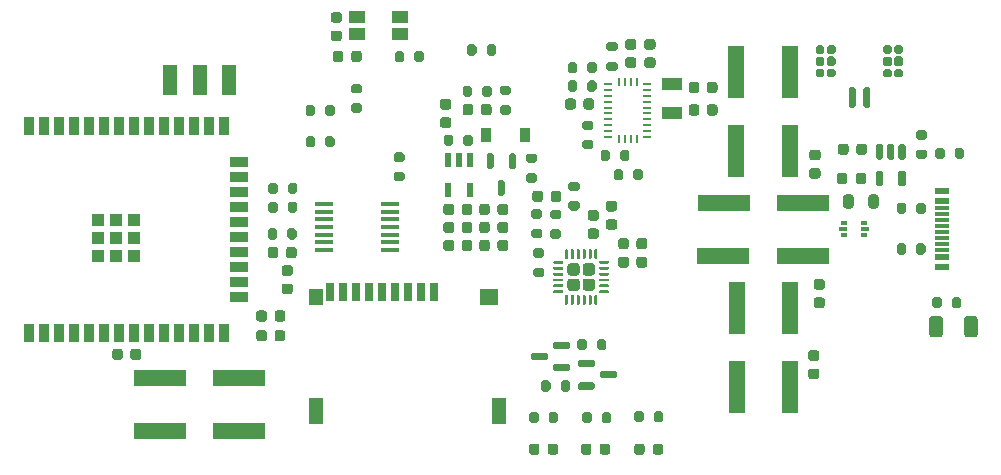
<source format=gbr>
G04 #@! TF.GenerationSoftware,KiCad,Pcbnew,(6.0.11)*
G04 #@! TF.CreationDate,2024-06-06T18:38:18+02:00*
G04 #@! TF.ProjectId,Wireless_Motion,57697265-6c65-4737-935f-4d6f74696f6e,rev?*
G04 #@! TF.SameCoordinates,Original*
G04 #@! TF.FileFunction,Paste,Top*
G04 #@! TF.FilePolarity,Positive*
%FSLAX45Y45*%
G04 Gerber Fmt 4.5, Leading zero omitted, Abs format (unit mm)*
G04 Created by KiCad (PCBNEW (6.0.11)) date 2024-06-06 18:38:18*
%MOMM*%
%LPD*%
G01*
G04 APERTURE LIST*
%ADD10R,0.675000X0.254000*%
%ADD11R,0.254000X0.675000*%
%ADD12R,0.700000X1.600000*%
%ADD13R,1.200000X2.200000*%
%ADD14R,1.600000X1.400000*%
%ADD15R,1.200000X1.400000*%
%ADD16R,4.500000X1.400000*%
%ADD17R,4.450000X1.400000*%
%ADD18R,0.600000X1.200000*%
%ADD19R,1.400000X4.500000*%
%ADD20R,1.400000X4.450000*%
%ADD21R,1.600000X0.350000*%
%ADD22R,1.400000X1.050000*%
%ADD23R,1.250000X2.500000*%
%ADD24R,0.900000X1.200000*%
%ADD25R,1.150000X0.600000*%
%ADD26R,1.150000X0.300000*%
%ADD27R,1.800000X1.000000*%
%ADD28R,0.500000X0.375000*%
%ADD29R,0.650000X0.300000*%
%ADD30R,1.050000X1.050000*%
%ADD31R,0.900000X1.500000*%
%ADD32R,1.500000X0.900000*%
G04 APERTURE END LIST*
G36*
G01*
X11790500Y-4821500D02*
X11740500Y-4821500D01*
G75*
G02*
X11718000Y-4799000I0J22500D01*
G01*
X11718000Y-4754000D01*
G75*
G02*
X11740500Y-4731500I22500J0D01*
G01*
X11790500Y-4731500D01*
G75*
G02*
X11813000Y-4754000I0J-22500D01*
G01*
X11813000Y-4799000D01*
G75*
G02*
X11790500Y-4821500I-22500J0D01*
G01*
G37*
G36*
G01*
X11790500Y-4976500D02*
X11740500Y-4976500D01*
G75*
G02*
X11718000Y-4954000I0J22500D01*
G01*
X11718000Y-4909000D01*
G75*
G02*
X11740500Y-4886500I22500J0D01*
G01*
X11790500Y-4886500D01*
G75*
G02*
X11813000Y-4909000I0J-22500D01*
G01*
X11813000Y-4954000D01*
G75*
G02*
X11790500Y-4976500I-22500J0D01*
G01*
G37*
G36*
G01*
X11472655Y-6269000D02*
X11422655Y-6269000D01*
G75*
G02*
X11400155Y-6246500I0J22500D01*
G01*
X11400155Y-6201500D01*
G75*
G02*
X11422655Y-6179000I22500J0D01*
G01*
X11472655Y-6179000D01*
G75*
G02*
X11495155Y-6201500I0J-22500D01*
G01*
X11495155Y-6246500D01*
G75*
G02*
X11472655Y-6269000I-22500J0D01*
G01*
G37*
G36*
G01*
X11472655Y-6424000D02*
X11422655Y-6424000D01*
G75*
G02*
X11400155Y-6401500I0J22500D01*
G01*
X11400155Y-6356500D01*
G75*
G02*
X11422655Y-6334000I22500J0D01*
G01*
X11472655Y-6334000D01*
G75*
G02*
X11495155Y-6356500I0J-22500D01*
G01*
X11495155Y-6401500D01*
G75*
G02*
X11472655Y-6424000I-22500J0D01*
G01*
G37*
G36*
G01*
X11022500Y-6039000D02*
X11022500Y-6089000D01*
G75*
G02*
X11000000Y-6111500I-22500J0D01*
G01*
X10955000Y-6111500D01*
G75*
G02*
X10932500Y-6089000I0J22500D01*
G01*
X10932500Y-6039000D01*
G75*
G02*
X10955000Y-6016500I22500J0D01*
G01*
X11000000Y-6016500D01*
G75*
G02*
X11022500Y-6039000I0J-22500D01*
G01*
G37*
G36*
G01*
X11177500Y-6039000D02*
X11177500Y-6089000D01*
G75*
G02*
X11155000Y-6111500I-22500J0D01*
G01*
X11110000Y-6111500D01*
G75*
G02*
X11087500Y-6089000I0J22500D01*
G01*
X11087500Y-6039000D01*
G75*
G02*
X11110000Y-6016500I22500J0D01*
G01*
X11155000Y-6016500D01*
G75*
G02*
X11177500Y-6039000I0J-22500D01*
G01*
G37*
G36*
G01*
X11257500Y-6104000D02*
X11312500Y-6104000D01*
G75*
G02*
X11332500Y-6124000I0J-20000D01*
G01*
X11332500Y-6164000D01*
G75*
G02*
X11312500Y-6184000I-20000J0D01*
G01*
X11257500Y-6184000D01*
G75*
G02*
X11237500Y-6164000I0J20000D01*
G01*
X11237500Y-6124000D01*
G75*
G02*
X11257500Y-6104000I20000J0D01*
G01*
G37*
G36*
G01*
X11257500Y-5939000D02*
X11312500Y-5939000D01*
G75*
G02*
X11332500Y-5959000I0J-20000D01*
G01*
X11332500Y-5999000D01*
G75*
G02*
X11312500Y-6019000I-20000J0D01*
G01*
X11257500Y-6019000D01*
G75*
G02*
X11237500Y-5999000I0J20000D01*
G01*
X11237500Y-5959000D01*
G75*
G02*
X11257500Y-5939000I20000J0D01*
G01*
G37*
G36*
G01*
X14588000Y-7231500D02*
X14588000Y-7101500D01*
G75*
G02*
X14613000Y-7076500I25000J0D01*
G01*
X14678000Y-7076500D01*
G75*
G02*
X14703000Y-7101500I0J-25000D01*
G01*
X14703000Y-7231500D01*
G75*
G02*
X14678000Y-7256500I-25000J0D01*
G01*
X14613000Y-7256500D01*
G75*
G02*
X14588000Y-7231500I0J25000D01*
G01*
G37*
G36*
G01*
X14293000Y-7231500D02*
X14293000Y-7101500D01*
G75*
G02*
X14318000Y-7076500I25000J0D01*
G01*
X14383000Y-7076500D01*
G75*
G02*
X14408000Y-7101500I0J-25000D01*
G01*
X14408000Y-7231500D01*
G75*
G02*
X14383000Y-7256500I-25000J0D01*
G01*
X14318000Y-7256500D01*
G75*
G02*
X14293000Y-7231500I0J25000D01*
G01*
G37*
G36*
G01*
X11395000Y-7291500D02*
X11395000Y-7346500D01*
G75*
G02*
X11375000Y-7366500I-20000J0D01*
G01*
X11335000Y-7366500D01*
G75*
G02*
X11315000Y-7346500I0J20000D01*
G01*
X11315000Y-7291500D01*
G75*
G02*
X11335000Y-7271500I20000J0D01*
G01*
X11375000Y-7271500D01*
G75*
G02*
X11395000Y-7291500I0J-20000D01*
G01*
G37*
G36*
G01*
X11560000Y-7291500D02*
X11560000Y-7346500D01*
G75*
G02*
X11540000Y-7366500I-20000J0D01*
G01*
X11500000Y-7366500D01*
G75*
G02*
X11480000Y-7346500I0J20000D01*
G01*
X11480000Y-7291500D01*
G75*
G02*
X11500000Y-7271500I20000J0D01*
G01*
X11540000Y-7271500D01*
G75*
G02*
X11560000Y-7291500I0J-20000D01*
G01*
G37*
G36*
G01*
X9333000Y-4854000D02*
X9333000Y-4904000D01*
G75*
G02*
X9310500Y-4926500I-22500J0D01*
G01*
X9265500Y-4926500D01*
G75*
G02*
X9243000Y-4904000I0J22500D01*
G01*
X9243000Y-4854000D01*
G75*
G02*
X9265500Y-4831500I22500J0D01*
G01*
X9310500Y-4831500D01*
G75*
G02*
X9333000Y-4854000I0J-22500D01*
G01*
G37*
G36*
G01*
X9488000Y-4854000D02*
X9488000Y-4904000D01*
G75*
G02*
X9465500Y-4926500I-22500J0D01*
G01*
X9420500Y-4926500D01*
G75*
G02*
X9398000Y-4904000I0J22500D01*
G01*
X9398000Y-4854000D01*
G75*
G02*
X9420500Y-4831500I22500J0D01*
G01*
X9465500Y-4831500D01*
G75*
G02*
X9488000Y-4854000I0J-22500D01*
G01*
G37*
G36*
G01*
X9298000Y-4594000D02*
X9248000Y-4594000D01*
G75*
G02*
X9225500Y-4571500I0J22500D01*
G01*
X9225500Y-4526500D01*
G75*
G02*
X9248000Y-4504000I22500J0D01*
G01*
X9298000Y-4504000D01*
G75*
G02*
X9320500Y-4526500I0J-22500D01*
G01*
X9320500Y-4571500D01*
G75*
G02*
X9298000Y-4594000I-22500J0D01*
G01*
G37*
G36*
G01*
X9298000Y-4749000D02*
X9248000Y-4749000D01*
G75*
G02*
X9225500Y-4726500I0J22500D01*
G01*
X9225500Y-4681500D01*
G75*
G02*
X9248000Y-4659000I22500J0D01*
G01*
X9298000Y-4659000D01*
G75*
G02*
X9320500Y-4681500I0J-22500D01*
G01*
X9320500Y-4726500D01*
G75*
G02*
X9298000Y-4749000I-22500J0D01*
G01*
G37*
G36*
G01*
X8832500Y-6801500D02*
X8882500Y-6801500D01*
G75*
G02*
X8905000Y-6824000I0J-22500D01*
G01*
X8905000Y-6869000D01*
G75*
G02*
X8882500Y-6891500I-22500J0D01*
G01*
X8832500Y-6891500D01*
G75*
G02*
X8810000Y-6869000I0J22500D01*
G01*
X8810000Y-6824000D01*
G75*
G02*
X8832500Y-6801500I22500J0D01*
G01*
G37*
G36*
G01*
X8832500Y-6646500D02*
X8882500Y-6646500D01*
G75*
G02*
X8905000Y-6669000I0J-22500D01*
G01*
X8905000Y-6714000D01*
G75*
G02*
X8882500Y-6736500I-22500J0D01*
G01*
X8832500Y-6736500D01*
G75*
G02*
X8810000Y-6714000I0J22500D01*
G01*
X8810000Y-6669000D01*
G75*
G02*
X8832500Y-6646500I22500J0D01*
G01*
G37*
D10*
X11906250Y-5161500D03*
X11906250Y-5211500D03*
X11906250Y-5261500D03*
X11906250Y-5311500D03*
X11906250Y-5361500D03*
X11906250Y-5411500D03*
X11906250Y-5461500D03*
X11906250Y-5511500D03*
X11906250Y-5561500D03*
D11*
X11815000Y-5575250D03*
X11765000Y-5575250D03*
X11715000Y-5575250D03*
X11665000Y-5575250D03*
D10*
X11573750Y-5561500D03*
X11573750Y-5511500D03*
X11573750Y-5461500D03*
X11573750Y-5411500D03*
X11573750Y-5361500D03*
X11573750Y-5311500D03*
X11573750Y-5261500D03*
X11573750Y-5211500D03*
X11573750Y-5161500D03*
X11573750Y-5111500D03*
D11*
X11665000Y-5097750D03*
X11715000Y-5097750D03*
X11765000Y-5097750D03*
X11815000Y-5097750D03*
D10*
X11906250Y-5111500D03*
G36*
G01*
X10270000Y-6454000D02*
X10270000Y-6504000D01*
G75*
G02*
X10247500Y-6526500I-22500J0D01*
G01*
X10202500Y-6526500D01*
G75*
G02*
X10180000Y-6504000I0J22500D01*
G01*
X10180000Y-6454000D01*
G75*
G02*
X10202500Y-6431500I22500J0D01*
G01*
X10247500Y-6431500D01*
G75*
G02*
X10270000Y-6454000I0J-22500D01*
G01*
G37*
G36*
G01*
X10425000Y-6454000D02*
X10425000Y-6504000D01*
G75*
G02*
X10402500Y-6526500I-22500J0D01*
G01*
X10357500Y-6526500D01*
G75*
G02*
X10335000Y-6504000I0J22500D01*
G01*
X10335000Y-6454000D01*
G75*
G02*
X10357500Y-6431500I22500J0D01*
G01*
X10402500Y-6431500D01*
G75*
G02*
X10425000Y-6454000I0J-22500D01*
G01*
G37*
G36*
G01*
X13610000Y-5639000D02*
X13610000Y-5689000D01*
G75*
G02*
X13587500Y-5711500I-22500J0D01*
G01*
X13542500Y-5711500D01*
G75*
G02*
X13520000Y-5689000I0J22500D01*
G01*
X13520000Y-5639000D01*
G75*
G02*
X13542500Y-5616500I22500J0D01*
G01*
X13587500Y-5616500D01*
G75*
G02*
X13610000Y-5639000I0J-22500D01*
G01*
G37*
G36*
G01*
X13765000Y-5639000D02*
X13765000Y-5689000D01*
G75*
G02*
X13742500Y-5711500I-22500J0D01*
G01*
X13697500Y-5711500D01*
G75*
G02*
X13675000Y-5689000I0J22500D01*
G01*
X13675000Y-5639000D01*
G75*
G02*
X13697500Y-5616500I22500J0D01*
G01*
X13742500Y-5616500D01*
G75*
G02*
X13765000Y-5639000I0J-22500D01*
G01*
G37*
G36*
G01*
X10460500Y-4796500D02*
X10460500Y-4851500D01*
G75*
G02*
X10440500Y-4871500I-20000J0D01*
G01*
X10400500Y-4871500D01*
G75*
G02*
X10380500Y-4851500I0J20000D01*
G01*
X10380500Y-4796500D01*
G75*
G02*
X10400500Y-4776500I20000J0D01*
G01*
X10440500Y-4776500D01*
G75*
G02*
X10460500Y-4796500I0J-20000D01*
G01*
G37*
G36*
G01*
X10625500Y-4796500D02*
X10625500Y-4851500D01*
G75*
G02*
X10605500Y-4871500I-20000J0D01*
G01*
X10565500Y-4871500D01*
G75*
G02*
X10545500Y-4851500I0J20000D01*
G01*
X10545500Y-4796500D01*
G75*
G02*
X10565500Y-4776500I20000J0D01*
G01*
X10605500Y-4776500D01*
G75*
G02*
X10625500Y-4796500I0J-20000D01*
G01*
G37*
G36*
G01*
X10223000Y-5329000D02*
X10173000Y-5329000D01*
G75*
G02*
X10150500Y-5306500I0J22500D01*
G01*
X10150500Y-5261500D01*
G75*
G02*
X10173000Y-5239000I22500J0D01*
G01*
X10223000Y-5239000D01*
G75*
G02*
X10245500Y-5261500I0J-22500D01*
G01*
X10245500Y-5306500D01*
G75*
G02*
X10223000Y-5329000I-22500J0D01*
G01*
G37*
G36*
G01*
X10223000Y-5484000D02*
X10173000Y-5484000D01*
G75*
G02*
X10150500Y-5461500I0J22500D01*
G01*
X10150500Y-5416500D01*
G75*
G02*
X10173000Y-5394000I22500J0D01*
G01*
X10223000Y-5394000D01*
G75*
G02*
X10245500Y-5416500I0J-22500D01*
G01*
X10245500Y-5461500D01*
G75*
G02*
X10223000Y-5484000I-22500J0D01*
G01*
G37*
D12*
X9222500Y-6869000D03*
D13*
X9102500Y-7879000D03*
X10652500Y-7879000D03*
D14*
X10562500Y-6919000D03*
D15*
X9102500Y-6919000D03*
D12*
X9332500Y-6869000D03*
X9442500Y-6869000D03*
X9552500Y-6869000D03*
X9662500Y-6869000D03*
X9772500Y-6869000D03*
X9882500Y-6869000D03*
X9992500Y-6869000D03*
X10102500Y-6869000D03*
G36*
G01*
X13652500Y-6068375D02*
X13652500Y-6144625D01*
G75*
G02*
X13630625Y-6166500I-21875J0D01*
G01*
X13586875Y-6166500D01*
G75*
G02*
X13565000Y-6144625I0J21875D01*
G01*
X13565000Y-6068375D01*
G75*
G02*
X13586875Y-6046500I21875J0D01*
G01*
X13630625Y-6046500D01*
G75*
G02*
X13652500Y-6068375I0J-21875D01*
G01*
G37*
G36*
G01*
X13865000Y-6068375D02*
X13865000Y-6144625D01*
G75*
G02*
X13843125Y-6166500I-21875J0D01*
G01*
X13799375Y-6166500D01*
G75*
G02*
X13777500Y-6144625I0J21875D01*
G01*
X13777500Y-6068375D01*
G75*
G02*
X13799375Y-6046500I21875J0D01*
G01*
X13843125Y-6046500D01*
G75*
G02*
X13865000Y-6068375I0J-21875D01*
G01*
G37*
G36*
G01*
X14508000Y-5726500D02*
X14508000Y-5671500D01*
G75*
G02*
X14528000Y-5651500I20000J0D01*
G01*
X14568000Y-5651500D01*
G75*
G02*
X14588000Y-5671500I0J-20000D01*
G01*
X14588000Y-5726500D01*
G75*
G02*
X14568000Y-5746500I-20000J0D01*
G01*
X14528000Y-5746500D01*
G75*
G02*
X14508000Y-5726500I0J20000D01*
G01*
G37*
G36*
G01*
X14343000Y-5726500D02*
X14343000Y-5671500D01*
G75*
G02*
X14363000Y-5651500I20000J0D01*
G01*
X14403000Y-5651500D01*
G75*
G02*
X14423000Y-5671500I0J-20000D01*
G01*
X14423000Y-5726500D01*
G75*
G02*
X14403000Y-5746500I-20000J0D01*
G01*
X14363000Y-5746500D01*
G75*
G02*
X14343000Y-5726500I0J20000D01*
G01*
G37*
D16*
X12552500Y-6119000D03*
D17*
X13225000Y-6119000D03*
X13225000Y-6569000D03*
X12550000Y-6569000D03*
G36*
G01*
X10637500Y-6504000D02*
X10637500Y-6454000D01*
G75*
G02*
X10660000Y-6431500I22500J0D01*
G01*
X10705000Y-6431500D01*
G75*
G02*
X10727500Y-6454000I0J-22500D01*
G01*
X10727500Y-6504000D01*
G75*
G02*
X10705000Y-6526500I-22500J0D01*
G01*
X10660000Y-6526500D01*
G75*
G02*
X10637500Y-6504000I0J22500D01*
G01*
G37*
G36*
G01*
X10482500Y-6504000D02*
X10482500Y-6454000D01*
G75*
G02*
X10505000Y-6431500I22500J0D01*
G01*
X10550000Y-6431500D01*
G75*
G02*
X10572500Y-6454000I0J-22500D01*
G01*
X10572500Y-6504000D01*
G75*
G02*
X10550000Y-6526500I-22500J0D01*
G01*
X10505000Y-6526500D01*
G75*
G02*
X10482500Y-6504000I0J22500D01*
G01*
G37*
D18*
X10405000Y-6006500D03*
X10215000Y-6006500D03*
X10215000Y-5756500D03*
X10310000Y-5756500D03*
X10405000Y-5756500D03*
G36*
G01*
X10960000Y-6666500D02*
X11015000Y-6666500D01*
G75*
G02*
X11035000Y-6686500I0J-20000D01*
G01*
X11035000Y-6726500D01*
G75*
G02*
X11015000Y-6746500I-20000J0D01*
G01*
X10960000Y-6746500D01*
G75*
G02*
X10940000Y-6726500I0J20000D01*
G01*
X10940000Y-6686500D01*
G75*
G02*
X10960000Y-6666500I20000J0D01*
G01*
G37*
G36*
G01*
X10960000Y-6501500D02*
X11015000Y-6501500D01*
G75*
G02*
X11035000Y-6521500I0J-20000D01*
G01*
X11035000Y-6561500D01*
G75*
G02*
X11015000Y-6581500I-20000J0D01*
G01*
X10960000Y-6581500D01*
G75*
G02*
X10940000Y-6561500I0J20000D01*
G01*
X10940000Y-6521500D01*
G75*
G02*
X10960000Y-6501500I20000J0D01*
G01*
G37*
G36*
G01*
X13300000Y-5824000D02*
X13350000Y-5824000D01*
G75*
G02*
X13372500Y-5846500I0J-22500D01*
G01*
X13372500Y-5891500D01*
G75*
G02*
X13350000Y-5914000I-22500J0D01*
G01*
X13300000Y-5914000D01*
G75*
G02*
X13277500Y-5891500I0J22500D01*
G01*
X13277500Y-5846500D01*
G75*
G02*
X13300000Y-5824000I22500J0D01*
G01*
G37*
G36*
G01*
X13300000Y-5669000D02*
X13350000Y-5669000D01*
G75*
G02*
X13372500Y-5691500I0J-22500D01*
G01*
X13372500Y-5736500D01*
G75*
G02*
X13350000Y-5759000I-22500J0D01*
G01*
X13300000Y-5759000D01*
G75*
G02*
X13277500Y-5736500I0J22500D01*
G01*
X13277500Y-5691500D01*
G75*
G02*
X13300000Y-5669000I22500J0D01*
G01*
G37*
G36*
G01*
X11300500Y-5256500D02*
X11300500Y-5306500D01*
G75*
G02*
X11278000Y-5329000I-22500J0D01*
G01*
X11233000Y-5329000D01*
G75*
G02*
X11210500Y-5306500I0J22500D01*
G01*
X11210500Y-5256500D01*
G75*
G02*
X11233000Y-5234000I22500J0D01*
G01*
X11278000Y-5234000D01*
G75*
G02*
X11300500Y-5256500I0J-22500D01*
G01*
G37*
G36*
G01*
X11455500Y-5256500D02*
X11455500Y-5306500D01*
G75*
G02*
X11433000Y-5329000I-22500J0D01*
G01*
X11388000Y-5329000D01*
G75*
G02*
X11365500Y-5306500I0J22500D01*
G01*
X11365500Y-5256500D01*
G75*
G02*
X11388000Y-5234000I22500J0D01*
G01*
X11433000Y-5234000D01*
G75*
G02*
X11455500Y-5256500I0J-22500D01*
G01*
G37*
G36*
G01*
X11067500Y-7404000D02*
X11067500Y-7434000D01*
G75*
G02*
X11052500Y-7449000I-15000J0D01*
G01*
X10935000Y-7449000D01*
G75*
G02*
X10920000Y-7434000I0J15000D01*
G01*
X10920000Y-7404000D01*
G75*
G02*
X10935000Y-7389000I15000J0D01*
G01*
X11052500Y-7389000D01*
G75*
G02*
X11067500Y-7404000I0J-15000D01*
G01*
G37*
G36*
G01*
X11255000Y-7309000D02*
X11255000Y-7339000D01*
G75*
G02*
X11240000Y-7354000I-15000J0D01*
G01*
X11122500Y-7354000D01*
G75*
G02*
X11107500Y-7339000I0J15000D01*
G01*
X11107500Y-7309000D01*
G75*
G02*
X11122500Y-7294000I15000J0D01*
G01*
X11240000Y-7294000D01*
G75*
G02*
X11255000Y-7309000I0J-15000D01*
G01*
G37*
G36*
G01*
X11255000Y-7499000D02*
X11255000Y-7529000D01*
G75*
G02*
X11240000Y-7544000I-15000J0D01*
G01*
X11122500Y-7544000D01*
G75*
G02*
X11107500Y-7529000I0J15000D01*
G01*
X11107500Y-7499000D01*
G75*
G02*
X11122500Y-7484000I15000J0D01*
G01*
X11240000Y-7484000D01*
G75*
G02*
X11255000Y-7499000I0J-15000D01*
G01*
G37*
G36*
G01*
X9415500Y-5276500D02*
X9470500Y-5276500D01*
G75*
G02*
X9490500Y-5296500I0J-20000D01*
G01*
X9490500Y-5336500D01*
G75*
G02*
X9470500Y-5356500I-20000J0D01*
G01*
X9415500Y-5356500D01*
G75*
G02*
X9395500Y-5336500I0J20000D01*
G01*
X9395500Y-5296500D01*
G75*
G02*
X9415500Y-5276500I20000J0D01*
G01*
G37*
G36*
G01*
X9415500Y-5111500D02*
X9470500Y-5111500D01*
G75*
G02*
X9490500Y-5131500I0J-20000D01*
G01*
X9490500Y-5171500D01*
G75*
G02*
X9470500Y-5191500I-20000J0D01*
G01*
X9415500Y-5191500D01*
G75*
G02*
X9395500Y-5171500I0J20000D01*
G01*
X9395500Y-5131500D01*
G75*
G02*
X9415500Y-5111500I20000J0D01*
G01*
G37*
G36*
G01*
X11960500Y-7956500D02*
X11960500Y-7901500D01*
G75*
G02*
X11980500Y-7881500I20000J0D01*
G01*
X12020500Y-7881500D01*
G75*
G02*
X12040500Y-7901500I0J-20000D01*
G01*
X12040500Y-7956500D01*
G75*
G02*
X12020500Y-7976500I-20000J0D01*
G01*
X11980500Y-7976500D01*
G75*
G02*
X11960500Y-7956500I0J20000D01*
G01*
G37*
G36*
G01*
X11795500Y-7956500D02*
X11795500Y-7901500D01*
G75*
G02*
X11815500Y-7881500I20000J0D01*
G01*
X11855500Y-7881500D01*
G75*
G02*
X11875500Y-7901500I0J-20000D01*
G01*
X11875500Y-7956500D01*
G75*
G02*
X11855500Y-7976500I-20000J0D01*
G01*
X11815500Y-7976500D01*
G75*
G02*
X11795500Y-7956500I0J20000D01*
G01*
G37*
G36*
G01*
X14255500Y-5582000D02*
X14200500Y-5582000D01*
G75*
G02*
X14180500Y-5562000I0J20000D01*
G01*
X14180500Y-5522000D01*
G75*
G02*
X14200500Y-5502000I20000J0D01*
G01*
X14255500Y-5502000D01*
G75*
G02*
X14275500Y-5522000I0J-20000D01*
G01*
X14275500Y-5562000D01*
G75*
G02*
X14255500Y-5582000I-20000J0D01*
G01*
G37*
G36*
G01*
X14255500Y-5747000D02*
X14200500Y-5747000D01*
G75*
G02*
X14180500Y-5727000I0J20000D01*
G01*
X14180500Y-5687000D01*
G75*
G02*
X14200500Y-5667000I20000J0D01*
G01*
X14255500Y-5667000D01*
G75*
G02*
X14275500Y-5687000I0J-20000D01*
G01*
X14275500Y-5727000D01*
G75*
G02*
X14255500Y-5747000I-20000J0D01*
G01*
G37*
G36*
G01*
X8862500Y-6024000D02*
X8862500Y-5969000D01*
G75*
G02*
X8882500Y-5949000I20000J0D01*
G01*
X8922500Y-5949000D01*
G75*
G02*
X8942500Y-5969000I0J-20000D01*
G01*
X8942500Y-6024000D01*
G75*
G02*
X8922500Y-6044000I-20000J0D01*
G01*
X8882500Y-6044000D01*
G75*
G02*
X8862500Y-6024000I0J20000D01*
G01*
G37*
G36*
G01*
X8697500Y-6024000D02*
X8697500Y-5969000D01*
G75*
G02*
X8717500Y-5949000I20000J0D01*
G01*
X8757500Y-5949000D01*
G75*
G02*
X8777500Y-5969000I0J-20000D01*
G01*
X8777500Y-6024000D01*
G75*
G02*
X8757500Y-6044000I-20000J0D01*
G01*
X8717500Y-6044000D01*
G75*
G02*
X8697500Y-6024000I0J20000D01*
G01*
G37*
D19*
X12665500Y-7679000D03*
D20*
X12665500Y-7006500D03*
X13115500Y-7681500D03*
X13115500Y-7006500D03*
G36*
G01*
X8782500Y-6514000D02*
X8782500Y-6564000D01*
G75*
G02*
X8760000Y-6586500I-22500J0D01*
G01*
X8715000Y-6586500D01*
G75*
G02*
X8692500Y-6564000I0J22500D01*
G01*
X8692500Y-6514000D01*
G75*
G02*
X8715000Y-6491500I22500J0D01*
G01*
X8760000Y-6491500D01*
G75*
G02*
X8782500Y-6514000I0J-22500D01*
G01*
G37*
G36*
G01*
X8937500Y-6514000D02*
X8937500Y-6564000D01*
G75*
G02*
X8915000Y-6586500I-22500J0D01*
G01*
X8870000Y-6586500D01*
G75*
G02*
X8847500Y-6564000I0J22500D01*
G01*
X8847500Y-6514000D01*
G75*
G02*
X8870000Y-6491500I22500J0D01*
G01*
X8915000Y-6491500D01*
G75*
G02*
X8937500Y-6514000I0J-22500D01*
G01*
G37*
G36*
G01*
X11675000Y-5746500D02*
X11675000Y-5691500D01*
G75*
G02*
X11695000Y-5671500I20000J0D01*
G01*
X11735000Y-5671500D01*
G75*
G02*
X11755000Y-5691500I0J-20000D01*
G01*
X11755000Y-5746500D01*
G75*
G02*
X11735000Y-5766500I-20000J0D01*
G01*
X11695000Y-5766500D01*
G75*
G02*
X11675000Y-5746500I0J20000D01*
G01*
G37*
G36*
G01*
X11510000Y-5746500D02*
X11510000Y-5691500D01*
G75*
G02*
X11530000Y-5671500I20000J0D01*
G01*
X11570000Y-5671500D01*
G75*
G02*
X11590000Y-5691500I0J-20000D01*
G01*
X11590000Y-5746500D01*
G75*
G02*
X11570000Y-5766500I-20000J0D01*
G01*
X11530000Y-5766500D01*
G75*
G02*
X11510000Y-5746500I0J20000D01*
G01*
G37*
D21*
X9165000Y-6516500D03*
X9165000Y-6451500D03*
X9165000Y-6386500D03*
X9165000Y-6321500D03*
X9165000Y-6256500D03*
X9165000Y-6191500D03*
X9165000Y-6126500D03*
X9725000Y-6126500D03*
X9725000Y-6191500D03*
X9725000Y-6256500D03*
X9725000Y-6321500D03*
X9725000Y-6386500D03*
X9725000Y-6451500D03*
X9725000Y-6516500D03*
G36*
G01*
X9093000Y-5574000D02*
X9093000Y-5629000D01*
G75*
G02*
X9073000Y-5649000I-20000J0D01*
G01*
X9033000Y-5649000D01*
G75*
G02*
X9013000Y-5629000I0J20000D01*
G01*
X9013000Y-5574000D01*
G75*
G02*
X9033000Y-5554000I20000J0D01*
G01*
X9073000Y-5554000D01*
G75*
G02*
X9093000Y-5574000I0J-20000D01*
G01*
G37*
G36*
G01*
X9258000Y-5574000D02*
X9258000Y-5629000D01*
G75*
G02*
X9238000Y-5649000I-20000J0D01*
G01*
X9198000Y-5649000D01*
G75*
G02*
X9178000Y-5629000I0J20000D01*
G01*
X9178000Y-5574000D01*
G75*
G02*
X9198000Y-5554000I20000J0D01*
G01*
X9238000Y-5554000D01*
G75*
G02*
X9258000Y-5574000I0J-20000D01*
G01*
G37*
G36*
G01*
X9093000Y-5309000D02*
X9093000Y-5364000D01*
G75*
G02*
X9073000Y-5384000I-20000J0D01*
G01*
X9033000Y-5384000D01*
G75*
G02*
X9013000Y-5364000I0J20000D01*
G01*
X9013000Y-5309000D01*
G75*
G02*
X9033000Y-5289000I20000J0D01*
G01*
X9073000Y-5289000D01*
G75*
G02*
X9093000Y-5309000I0J-20000D01*
G01*
G37*
G36*
G01*
X9258000Y-5309000D02*
X9258000Y-5364000D01*
G75*
G02*
X9238000Y-5384000I-20000J0D01*
G01*
X9198000Y-5384000D01*
G75*
G02*
X9178000Y-5364000I0J20000D01*
G01*
X9178000Y-5309000D01*
G75*
G02*
X9198000Y-5289000I20000J0D01*
G01*
X9238000Y-5289000D01*
G75*
G02*
X9258000Y-5309000I0J-20000D01*
G01*
G37*
G36*
G01*
X8750000Y-7269000D02*
X8750000Y-7219000D01*
G75*
G02*
X8772500Y-7196500I22500J0D01*
G01*
X8817500Y-7196500D01*
G75*
G02*
X8840000Y-7219000I0J-22500D01*
G01*
X8840000Y-7269000D01*
G75*
G02*
X8817500Y-7291500I-22500J0D01*
G01*
X8772500Y-7291500D01*
G75*
G02*
X8750000Y-7269000I0J22500D01*
G01*
G37*
G36*
G01*
X8595000Y-7269000D02*
X8595000Y-7219000D01*
G75*
G02*
X8617500Y-7196500I22500J0D01*
G01*
X8662500Y-7196500D01*
G75*
G02*
X8685000Y-7219000I0J-22500D01*
G01*
X8685000Y-7269000D01*
G75*
G02*
X8662500Y-7291500I-22500J0D01*
G01*
X8617500Y-7291500D01*
G75*
G02*
X8595000Y-7269000I0J22500D01*
G01*
G37*
G36*
G01*
X14485500Y-6991500D02*
X14485500Y-6936500D01*
G75*
G02*
X14505500Y-6916500I20000J0D01*
G01*
X14545500Y-6916500D01*
G75*
G02*
X14565500Y-6936500I0J-20000D01*
G01*
X14565500Y-6991500D01*
G75*
G02*
X14545500Y-7011500I-20000J0D01*
G01*
X14505500Y-7011500D01*
G75*
G02*
X14485500Y-6991500I0J20000D01*
G01*
G37*
G36*
G01*
X14320500Y-6991500D02*
X14320500Y-6936500D01*
G75*
G02*
X14340500Y-6916500I20000J0D01*
G01*
X14380500Y-6916500D01*
G75*
G02*
X14400500Y-6936500I0J-20000D01*
G01*
X14400500Y-6991500D01*
G75*
G02*
X14380500Y-7011500I-20000J0D01*
G01*
X14340500Y-7011500D01*
G75*
G02*
X14320500Y-6991500I0J20000D01*
G01*
G37*
G36*
G01*
X9932500Y-4909000D02*
X9932500Y-4854000D01*
G75*
G02*
X9952500Y-4834000I20000J0D01*
G01*
X9992500Y-4834000D01*
G75*
G02*
X10012500Y-4854000I0J-20000D01*
G01*
X10012500Y-4909000D01*
G75*
G02*
X9992500Y-4929000I-20000J0D01*
G01*
X9952500Y-4929000D01*
G75*
G02*
X9932500Y-4909000I0J20000D01*
G01*
G37*
G36*
G01*
X9767500Y-4909000D02*
X9767500Y-4854000D01*
G75*
G02*
X9787500Y-4834000I20000J0D01*
G01*
X9827500Y-4834000D01*
G75*
G02*
X9847500Y-4854000I0J-20000D01*
G01*
X9847500Y-4909000D01*
G75*
G02*
X9827500Y-4929000I-20000J0D01*
G01*
X9787500Y-4929000D01*
G75*
G02*
X9767500Y-4909000I0J20000D01*
G01*
G37*
G36*
G01*
X13337500Y-6919000D02*
X13387500Y-6919000D01*
G75*
G02*
X13410000Y-6941500I0J-22500D01*
G01*
X13410000Y-6986500D01*
G75*
G02*
X13387500Y-7009000I-22500J0D01*
G01*
X13337500Y-7009000D01*
G75*
G02*
X13315000Y-6986500I0J22500D01*
G01*
X13315000Y-6941500D01*
G75*
G02*
X13337500Y-6919000I22500J0D01*
G01*
G37*
G36*
G01*
X13337500Y-6764000D02*
X13387500Y-6764000D01*
G75*
G02*
X13410000Y-6786500I0J-22500D01*
G01*
X13410000Y-6831500D01*
G75*
G02*
X13387500Y-6854000I-22500J0D01*
G01*
X13337500Y-6854000D01*
G75*
G02*
X13315000Y-6831500I0J22500D01*
G01*
X13315000Y-6786500D01*
G75*
G02*
X13337500Y-6764000I22500J0D01*
G01*
G37*
G36*
G01*
X14182500Y-6191500D02*
X14182500Y-6136500D01*
G75*
G02*
X14202500Y-6116500I20000J0D01*
G01*
X14242500Y-6116500D01*
G75*
G02*
X14262500Y-6136500I0J-20000D01*
G01*
X14262500Y-6191500D01*
G75*
G02*
X14242500Y-6211500I-20000J0D01*
G01*
X14202500Y-6211500D01*
G75*
G02*
X14182500Y-6191500I0J20000D01*
G01*
G37*
G36*
G01*
X14017500Y-6191500D02*
X14017500Y-6136500D01*
G75*
G02*
X14037500Y-6116500I20000J0D01*
G01*
X14077500Y-6116500D01*
G75*
G02*
X14097500Y-6136500I0J-20000D01*
G01*
X14097500Y-6191500D01*
G75*
G02*
X14077500Y-6211500I-20000J0D01*
G01*
X14037500Y-6211500D01*
G75*
G02*
X14017500Y-6191500I0J20000D01*
G01*
G37*
G36*
G01*
X10347500Y-5616500D02*
X10347500Y-5561500D01*
G75*
G02*
X10367500Y-5541500I20000J0D01*
G01*
X10407500Y-5541500D01*
G75*
G02*
X10427500Y-5561500I0J-20000D01*
G01*
X10427500Y-5616500D01*
G75*
G02*
X10407500Y-5636500I-20000J0D01*
G01*
X10367500Y-5636500D01*
G75*
G02*
X10347500Y-5616500I0J20000D01*
G01*
G37*
G36*
G01*
X10182500Y-5616500D02*
X10182500Y-5561500D01*
G75*
G02*
X10202500Y-5541500I20000J0D01*
G01*
X10242500Y-5541500D01*
G75*
G02*
X10262500Y-5561500I0J-20000D01*
G01*
X10262500Y-5616500D01*
G75*
G02*
X10242500Y-5636500I-20000J0D01*
G01*
X10202500Y-5636500D01*
G75*
G02*
X10182500Y-5616500I0J20000D01*
G01*
G37*
G36*
G01*
X10897500Y-5866500D02*
X10952500Y-5866500D01*
G75*
G02*
X10972500Y-5886500I0J-20000D01*
G01*
X10972500Y-5926500D01*
G75*
G02*
X10952500Y-5946500I-20000J0D01*
G01*
X10897500Y-5946500D01*
G75*
G02*
X10877500Y-5926500I0J20000D01*
G01*
X10877500Y-5886500D01*
G75*
G02*
X10897500Y-5866500I20000J0D01*
G01*
G37*
G36*
G01*
X10897500Y-5701500D02*
X10952500Y-5701500D01*
G75*
G02*
X10972500Y-5721500I0J-20000D01*
G01*
X10972500Y-5761500D01*
G75*
G02*
X10952500Y-5781500I-20000J0D01*
G01*
X10897500Y-5781500D01*
G75*
G02*
X10877500Y-5761500I0J20000D01*
G01*
X10877500Y-5721500D01*
G75*
G02*
X10897500Y-5701500I20000J0D01*
G01*
G37*
G36*
G01*
X11953000Y-4821500D02*
X11903000Y-4821500D01*
G75*
G02*
X11880500Y-4799000I0J22500D01*
G01*
X11880500Y-4754000D01*
G75*
G02*
X11903000Y-4731500I22500J0D01*
G01*
X11953000Y-4731500D01*
G75*
G02*
X11975500Y-4754000I0J-22500D01*
G01*
X11975500Y-4799000D01*
G75*
G02*
X11953000Y-4821500I-22500J0D01*
G01*
G37*
G36*
G01*
X11953000Y-4976500D02*
X11903000Y-4976500D01*
G75*
G02*
X11880500Y-4954000I0J22500D01*
G01*
X11880500Y-4909000D01*
G75*
G02*
X11903000Y-4886500I22500J0D01*
G01*
X11953000Y-4886500D01*
G75*
G02*
X11975500Y-4909000I0J-22500D01*
G01*
X11975500Y-4954000D01*
G75*
G02*
X11953000Y-4976500I-22500J0D01*
G01*
G37*
G36*
G01*
X10637500Y-6199000D02*
X10637500Y-6149000D01*
G75*
G02*
X10660000Y-6126500I22500J0D01*
G01*
X10705000Y-6126500D01*
G75*
G02*
X10727500Y-6149000I0J-22500D01*
G01*
X10727500Y-6199000D01*
G75*
G02*
X10705000Y-6221500I-22500J0D01*
G01*
X10660000Y-6221500D01*
G75*
G02*
X10637500Y-6199000I0J22500D01*
G01*
G37*
G36*
G01*
X10482500Y-6199000D02*
X10482500Y-6149000D01*
G75*
G02*
X10505000Y-6126500I22500J0D01*
G01*
X10550000Y-6126500D01*
G75*
G02*
X10572500Y-6149000I0J-22500D01*
G01*
X10572500Y-6199000D01*
G75*
G02*
X10550000Y-6221500I-22500J0D01*
G01*
X10505000Y-6221500D01*
G75*
G02*
X10482500Y-6199000I0J22500D01*
G01*
G37*
G36*
G01*
X11483905Y-6905250D02*
X11483905Y-6975250D01*
G75*
G02*
X11477655Y-6981500I-6250J0D01*
G01*
X11465155Y-6981500D01*
G75*
G02*
X11458905Y-6975250I0J6250D01*
G01*
X11458905Y-6905250D01*
G75*
G02*
X11465155Y-6899000I6250J0D01*
G01*
X11477655Y-6899000D01*
G75*
G02*
X11483905Y-6905250I0J-6250D01*
G01*
G37*
G36*
G01*
X11433905Y-6905250D02*
X11433905Y-6975250D01*
G75*
G02*
X11427655Y-6981500I-6250J0D01*
G01*
X11415155Y-6981500D01*
G75*
G02*
X11408905Y-6975250I0J6250D01*
G01*
X11408905Y-6905250D01*
G75*
G02*
X11415155Y-6899000I6250J0D01*
G01*
X11427655Y-6899000D01*
G75*
G02*
X11433905Y-6905250I0J-6250D01*
G01*
G37*
G36*
G01*
X11383905Y-6905250D02*
X11383905Y-6975250D01*
G75*
G02*
X11377655Y-6981500I-6250J0D01*
G01*
X11365155Y-6981500D01*
G75*
G02*
X11358905Y-6975250I0J6250D01*
G01*
X11358905Y-6905250D01*
G75*
G02*
X11365155Y-6899000I6250J0D01*
G01*
X11377655Y-6899000D01*
G75*
G02*
X11383905Y-6905250I0J-6250D01*
G01*
G37*
G36*
G01*
X11333905Y-6905250D02*
X11333905Y-6975250D01*
G75*
G02*
X11327655Y-6981500I-6250J0D01*
G01*
X11315155Y-6981500D01*
G75*
G02*
X11308905Y-6975250I0J6250D01*
G01*
X11308905Y-6905250D01*
G75*
G02*
X11315155Y-6899000I6250J0D01*
G01*
X11327655Y-6899000D01*
G75*
G02*
X11333905Y-6905250I0J-6250D01*
G01*
G37*
G36*
G01*
X11283905Y-6905250D02*
X11283905Y-6975250D01*
G75*
G02*
X11277655Y-6981500I-6250J0D01*
G01*
X11265155Y-6981500D01*
G75*
G02*
X11258905Y-6975250I0J6250D01*
G01*
X11258905Y-6905250D01*
G75*
G02*
X11265155Y-6899000I6250J0D01*
G01*
X11277655Y-6899000D01*
G75*
G02*
X11283905Y-6905250I0J-6250D01*
G01*
G37*
G36*
G01*
X11233905Y-6905250D02*
X11233905Y-6975250D01*
G75*
G02*
X11227655Y-6981500I-6250J0D01*
G01*
X11215155Y-6981500D01*
G75*
G02*
X11208905Y-6975250I0J6250D01*
G01*
X11208905Y-6905250D01*
G75*
G02*
X11215155Y-6899000I6250J0D01*
G01*
X11227655Y-6899000D01*
G75*
G02*
X11233905Y-6905250I0J-6250D01*
G01*
G37*
G36*
G01*
X11193905Y-6865250D02*
X11193905Y-6877750D01*
G75*
G02*
X11187655Y-6884000I-6250J0D01*
G01*
X11117656Y-6884000D01*
G75*
G02*
X11111406Y-6877750I0J6250D01*
G01*
X11111406Y-6865250D01*
G75*
G02*
X11117656Y-6859000I6250J0D01*
G01*
X11187655Y-6859000D01*
G75*
G02*
X11193905Y-6865250I0J-6250D01*
G01*
G37*
G36*
G01*
X11193905Y-6815250D02*
X11193905Y-6827750D01*
G75*
G02*
X11187655Y-6834000I-6250J0D01*
G01*
X11117656Y-6834000D01*
G75*
G02*
X11111406Y-6827750I0J6250D01*
G01*
X11111406Y-6815250D01*
G75*
G02*
X11117656Y-6809000I6250J0D01*
G01*
X11187655Y-6809000D01*
G75*
G02*
X11193905Y-6815250I0J-6250D01*
G01*
G37*
G36*
G01*
X11193905Y-6765250D02*
X11193905Y-6777750D01*
G75*
G02*
X11187655Y-6784000I-6250J0D01*
G01*
X11117656Y-6784000D01*
G75*
G02*
X11111406Y-6777750I0J6250D01*
G01*
X11111406Y-6765250D01*
G75*
G02*
X11117656Y-6759000I6250J0D01*
G01*
X11187655Y-6759000D01*
G75*
G02*
X11193905Y-6765250I0J-6250D01*
G01*
G37*
G36*
G01*
X11193905Y-6715250D02*
X11193905Y-6727750D01*
G75*
G02*
X11187655Y-6734000I-6250J0D01*
G01*
X11117656Y-6734000D01*
G75*
G02*
X11111406Y-6727750I0J6250D01*
G01*
X11111406Y-6715250D01*
G75*
G02*
X11117656Y-6709000I6250J0D01*
G01*
X11187655Y-6709000D01*
G75*
G02*
X11193905Y-6715250I0J-6250D01*
G01*
G37*
G36*
G01*
X11193905Y-6665250D02*
X11193905Y-6677750D01*
G75*
G02*
X11187655Y-6684000I-6250J0D01*
G01*
X11117656Y-6684000D01*
G75*
G02*
X11111406Y-6677750I0J6250D01*
G01*
X11111406Y-6665250D01*
G75*
G02*
X11117656Y-6659000I6250J0D01*
G01*
X11187655Y-6659000D01*
G75*
G02*
X11193905Y-6665250I0J-6250D01*
G01*
G37*
G36*
G01*
X11193905Y-6615250D02*
X11193905Y-6627750D01*
G75*
G02*
X11187655Y-6634000I-6250J0D01*
G01*
X11117656Y-6634000D01*
G75*
G02*
X11111406Y-6627750I0J6250D01*
G01*
X11111406Y-6615250D01*
G75*
G02*
X11117656Y-6609000I6250J0D01*
G01*
X11187655Y-6609000D01*
G75*
G02*
X11193905Y-6615250I0J-6250D01*
G01*
G37*
G36*
G01*
X11233905Y-6517750D02*
X11233905Y-6587750D01*
G75*
G02*
X11227655Y-6594000I-6250J0D01*
G01*
X11215155Y-6594000D01*
G75*
G02*
X11208905Y-6587750I0J6250D01*
G01*
X11208905Y-6517750D01*
G75*
G02*
X11215155Y-6511500I6250J0D01*
G01*
X11227655Y-6511500D01*
G75*
G02*
X11233905Y-6517750I0J-6250D01*
G01*
G37*
G36*
G01*
X11283905Y-6517750D02*
X11283905Y-6587750D01*
G75*
G02*
X11277655Y-6594000I-6250J0D01*
G01*
X11265155Y-6594000D01*
G75*
G02*
X11258905Y-6587750I0J6250D01*
G01*
X11258905Y-6517750D01*
G75*
G02*
X11265155Y-6511500I6250J0D01*
G01*
X11277655Y-6511500D01*
G75*
G02*
X11283905Y-6517750I0J-6250D01*
G01*
G37*
G36*
G01*
X11333905Y-6517750D02*
X11333905Y-6587750D01*
G75*
G02*
X11327655Y-6594000I-6250J0D01*
G01*
X11315155Y-6594000D01*
G75*
G02*
X11308905Y-6587750I0J6250D01*
G01*
X11308905Y-6517750D01*
G75*
G02*
X11315155Y-6511500I6250J0D01*
G01*
X11327655Y-6511500D01*
G75*
G02*
X11333905Y-6517750I0J-6250D01*
G01*
G37*
G36*
G01*
X11383905Y-6517750D02*
X11383905Y-6587750D01*
G75*
G02*
X11377655Y-6594000I-6250J0D01*
G01*
X11365155Y-6594000D01*
G75*
G02*
X11358905Y-6587750I0J6250D01*
G01*
X11358905Y-6517750D01*
G75*
G02*
X11365155Y-6511500I6250J0D01*
G01*
X11377655Y-6511500D01*
G75*
G02*
X11383905Y-6517750I0J-6250D01*
G01*
G37*
G36*
G01*
X11433905Y-6517750D02*
X11433905Y-6587750D01*
G75*
G02*
X11427655Y-6594000I-6250J0D01*
G01*
X11415155Y-6594000D01*
G75*
G02*
X11408905Y-6587750I0J6250D01*
G01*
X11408905Y-6517750D01*
G75*
G02*
X11415155Y-6511500I6250J0D01*
G01*
X11427655Y-6511500D01*
G75*
G02*
X11433905Y-6517750I0J-6250D01*
G01*
G37*
G36*
G01*
X11483905Y-6517750D02*
X11483905Y-6587750D01*
G75*
G02*
X11477655Y-6594000I-6250J0D01*
G01*
X11465155Y-6594000D01*
G75*
G02*
X11458905Y-6587750I0J6250D01*
G01*
X11458905Y-6517750D01*
G75*
G02*
X11465155Y-6511500I6250J0D01*
G01*
X11477655Y-6511500D01*
G75*
G02*
X11483905Y-6517750I0J-6250D01*
G01*
G37*
G36*
G01*
X11581405Y-6615250D02*
X11581405Y-6627750D01*
G75*
G02*
X11575155Y-6634000I-6250J0D01*
G01*
X11505155Y-6634000D01*
G75*
G02*
X11498905Y-6627750I0J6250D01*
G01*
X11498905Y-6615250D01*
G75*
G02*
X11505155Y-6609000I6250J0D01*
G01*
X11575155Y-6609000D01*
G75*
G02*
X11581405Y-6615250I0J-6250D01*
G01*
G37*
G36*
G01*
X11581405Y-6665250D02*
X11581405Y-6677750D01*
G75*
G02*
X11575155Y-6684000I-6250J0D01*
G01*
X11505155Y-6684000D01*
G75*
G02*
X11498905Y-6677750I0J6250D01*
G01*
X11498905Y-6665250D01*
G75*
G02*
X11505155Y-6659000I6250J0D01*
G01*
X11575155Y-6659000D01*
G75*
G02*
X11581405Y-6665250I0J-6250D01*
G01*
G37*
G36*
G01*
X11581405Y-6715250D02*
X11581405Y-6727750D01*
G75*
G02*
X11575155Y-6734000I-6250J0D01*
G01*
X11505155Y-6734000D01*
G75*
G02*
X11498905Y-6727750I0J6250D01*
G01*
X11498905Y-6715250D01*
G75*
G02*
X11505155Y-6709000I6250J0D01*
G01*
X11575155Y-6709000D01*
G75*
G02*
X11581405Y-6715250I0J-6250D01*
G01*
G37*
G36*
G01*
X11581405Y-6765250D02*
X11581405Y-6777750D01*
G75*
G02*
X11575155Y-6784000I-6250J0D01*
G01*
X11505155Y-6784000D01*
G75*
G02*
X11498905Y-6777750I0J6250D01*
G01*
X11498905Y-6765250D01*
G75*
G02*
X11505155Y-6759000I6250J0D01*
G01*
X11575155Y-6759000D01*
G75*
G02*
X11581405Y-6765250I0J-6250D01*
G01*
G37*
G36*
G01*
X11581405Y-6815250D02*
X11581405Y-6827750D01*
G75*
G02*
X11575155Y-6834000I-6250J0D01*
G01*
X11505155Y-6834000D01*
G75*
G02*
X11498905Y-6827750I0J6250D01*
G01*
X11498905Y-6815250D01*
G75*
G02*
X11505155Y-6809000I6250J0D01*
G01*
X11575155Y-6809000D01*
G75*
G02*
X11581405Y-6815250I0J-6250D01*
G01*
G37*
G36*
G01*
X11581405Y-6865250D02*
X11581405Y-6877750D01*
G75*
G02*
X11575155Y-6884000I-6250J0D01*
G01*
X11505155Y-6884000D01*
G75*
G02*
X11498905Y-6877750I0J6250D01*
G01*
X11498905Y-6865250D01*
G75*
G02*
X11505155Y-6859000I6250J0D01*
G01*
X11575155Y-6859000D01*
G75*
G02*
X11581405Y-6865250I0J-6250D01*
G01*
G37*
G36*
G01*
X11463905Y-6784000D02*
X11463905Y-6839000D01*
G75*
G02*
X11438905Y-6864000I-25000J0D01*
G01*
X11383905Y-6864000D01*
G75*
G02*
X11358905Y-6839000I0J25000D01*
G01*
X11358905Y-6784000D01*
G75*
G02*
X11383905Y-6759000I25000J0D01*
G01*
X11438905Y-6759000D01*
G75*
G02*
X11463905Y-6784000I0J-25000D01*
G01*
G37*
G36*
G01*
X11333905Y-6654000D02*
X11333905Y-6709000D01*
G75*
G02*
X11308905Y-6734000I-25000J0D01*
G01*
X11253905Y-6734000D01*
G75*
G02*
X11228905Y-6709000I0J25000D01*
G01*
X11228905Y-6654000D01*
G75*
G02*
X11253905Y-6629000I25000J0D01*
G01*
X11308905Y-6629000D01*
G75*
G02*
X11333905Y-6654000I0J-25000D01*
G01*
G37*
G36*
G01*
X11463905Y-6654000D02*
X11463905Y-6709000D01*
G75*
G02*
X11438905Y-6734000I-25000J0D01*
G01*
X11383905Y-6734000D01*
G75*
G02*
X11358905Y-6709000I0J25000D01*
G01*
X11358905Y-6654000D01*
G75*
G02*
X11383905Y-6629000I25000J0D01*
G01*
X11438905Y-6629000D01*
G75*
G02*
X11463905Y-6654000I0J-25000D01*
G01*
G37*
G36*
G01*
X11333905Y-6784000D02*
X11333905Y-6839000D01*
G75*
G02*
X11308905Y-6864000I-25000J0D01*
G01*
X11253905Y-6864000D01*
G75*
G02*
X11228905Y-6839000I0J25000D01*
G01*
X11228905Y-6784000D01*
G75*
G02*
X11253905Y-6759000I25000J0D01*
G01*
X11308905Y-6759000D01*
G75*
G02*
X11333905Y-6784000I0J-25000D01*
G01*
G37*
D22*
X9810000Y-4544500D03*
X9450000Y-4544500D03*
X9810000Y-4688500D03*
X9450000Y-4688500D03*
G36*
G01*
X10997656Y-6254000D02*
X10942656Y-6254000D01*
G75*
G02*
X10922656Y-6234000I0J20000D01*
G01*
X10922656Y-6194000D01*
G75*
G02*
X10942656Y-6174000I20000J0D01*
G01*
X10997656Y-6174000D01*
G75*
G02*
X11017656Y-6194000I0J-20000D01*
G01*
X11017656Y-6234000D01*
G75*
G02*
X10997656Y-6254000I-20000J0D01*
G01*
G37*
G36*
G01*
X10997656Y-6419000D02*
X10942656Y-6419000D01*
G75*
G02*
X10922656Y-6399000I0J20000D01*
G01*
X10922656Y-6359000D01*
G75*
G02*
X10942656Y-6339000I20000J0D01*
G01*
X10997656Y-6339000D01*
G75*
G02*
X11017656Y-6359000I0J-20000D01*
G01*
X11017656Y-6399000D01*
G75*
G02*
X10997656Y-6419000I-20000J0D01*
G01*
G37*
G36*
G01*
X11312500Y-4946500D02*
X11312500Y-5001500D01*
G75*
G02*
X11292500Y-5021500I-20000J0D01*
G01*
X11252500Y-5021500D01*
G75*
G02*
X11232500Y-5001500I0J20000D01*
G01*
X11232500Y-4946500D01*
G75*
G02*
X11252500Y-4926500I20000J0D01*
G01*
X11292500Y-4926500D01*
G75*
G02*
X11312500Y-4946500I0J-20000D01*
G01*
G37*
G36*
G01*
X11477500Y-4946500D02*
X11477500Y-5001500D01*
G75*
G02*
X11457500Y-5021500I-20000J0D01*
G01*
X11417500Y-5021500D01*
G75*
G02*
X11397500Y-5001500I0J20000D01*
G01*
X11397500Y-4946500D01*
G75*
G02*
X11417500Y-4926500I20000J0D01*
G01*
X11457500Y-4926500D01*
G75*
G02*
X11477500Y-4946500I0J-20000D01*
G01*
G37*
G36*
G01*
X13340500Y-7456500D02*
X13290500Y-7456500D01*
G75*
G02*
X13268000Y-7434000I0J22500D01*
G01*
X13268000Y-7389000D01*
G75*
G02*
X13290500Y-7366500I22500J0D01*
G01*
X13340500Y-7366500D01*
G75*
G02*
X13363000Y-7389000I0J-22500D01*
G01*
X13363000Y-7434000D01*
G75*
G02*
X13340500Y-7456500I-22500J0D01*
G01*
G37*
G36*
G01*
X13340500Y-7611500D02*
X13290500Y-7611500D01*
G75*
G02*
X13268000Y-7589000I0J22500D01*
G01*
X13268000Y-7544000D01*
G75*
G02*
X13290500Y-7521500I22500J0D01*
G01*
X13340500Y-7521500D01*
G75*
G02*
X13363000Y-7544000I0J-22500D01*
G01*
X13363000Y-7589000D01*
G75*
G02*
X13340500Y-7611500I-22500J0D01*
G01*
G37*
G36*
G01*
X14182500Y-6536500D02*
X14182500Y-6481500D01*
G75*
G02*
X14202500Y-6461500I20000J0D01*
G01*
X14242500Y-6461500D01*
G75*
G02*
X14262500Y-6481500I0J-20000D01*
G01*
X14262500Y-6536500D01*
G75*
G02*
X14242500Y-6556500I-20000J0D01*
G01*
X14202500Y-6556500D01*
G75*
G02*
X14182500Y-6536500I0J20000D01*
G01*
G37*
G36*
G01*
X14017500Y-6536500D02*
X14017500Y-6481500D01*
G75*
G02*
X14037500Y-6461500I20000J0D01*
G01*
X14077500Y-6461500D01*
G75*
G02*
X14097500Y-6481500I0J-20000D01*
G01*
X14097500Y-6536500D01*
G75*
G02*
X14077500Y-6556500I-20000J0D01*
G01*
X14037500Y-6556500D01*
G75*
G02*
X14017500Y-6536500I0J20000D01*
G01*
G37*
G36*
G01*
X9777500Y-5856500D02*
X9832500Y-5856500D01*
G75*
G02*
X9852500Y-5876500I0J-20000D01*
G01*
X9852500Y-5916500D01*
G75*
G02*
X9832500Y-5936500I-20000J0D01*
G01*
X9777500Y-5936500D01*
G75*
G02*
X9757500Y-5916500I0J20000D01*
G01*
X9757500Y-5876500D01*
G75*
G02*
X9777500Y-5856500I20000J0D01*
G01*
G37*
G36*
G01*
X9777500Y-5691500D02*
X9832500Y-5691500D01*
G75*
G02*
X9852500Y-5711500I0J-20000D01*
G01*
X9852500Y-5751500D01*
G75*
G02*
X9832500Y-5771500I-20000J0D01*
G01*
X9777500Y-5771500D01*
G75*
G02*
X9757500Y-5751500I0J20000D01*
G01*
X9757500Y-5711500D01*
G75*
G02*
X9777500Y-5691500I20000J0D01*
G01*
G37*
G36*
G01*
X11635000Y-4836500D02*
X11580000Y-4836500D01*
G75*
G02*
X11560000Y-4816500I0J20000D01*
G01*
X11560000Y-4776500D01*
G75*
G02*
X11580000Y-4756500I20000J0D01*
G01*
X11635000Y-4756500D01*
G75*
G02*
X11655000Y-4776500I0J-20000D01*
G01*
X11655000Y-4816500D01*
G75*
G02*
X11635000Y-4836500I-20000J0D01*
G01*
G37*
G36*
G01*
X11635000Y-5001500D02*
X11580000Y-5001500D01*
G75*
G02*
X11560000Y-4981500I0J20000D01*
G01*
X11560000Y-4941500D01*
G75*
G02*
X11580000Y-4921500I20000J0D01*
G01*
X11635000Y-4921500D01*
G75*
G02*
X11655000Y-4941500I0J-20000D01*
G01*
X11655000Y-4981500D01*
G75*
G02*
X11635000Y-5001500I-20000J0D01*
G01*
G37*
G36*
G01*
X10422500Y-5146500D02*
X10422500Y-5201500D01*
G75*
G02*
X10402500Y-5221500I-20000J0D01*
G01*
X10362500Y-5221500D01*
G75*
G02*
X10342500Y-5201500I0J20000D01*
G01*
X10342500Y-5146500D01*
G75*
G02*
X10362500Y-5126500I20000J0D01*
G01*
X10402500Y-5126500D01*
G75*
G02*
X10422500Y-5146500I0J-20000D01*
G01*
G37*
G36*
G01*
X10587500Y-5146500D02*
X10587500Y-5201500D01*
G75*
G02*
X10567500Y-5221500I-20000J0D01*
G01*
X10527500Y-5221500D01*
G75*
G02*
X10507500Y-5201500I0J20000D01*
G01*
X10507500Y-5146500D01*
G75*
G02*
X10527500Y-5126500I20000J0D01*
G01*
X10567500Y-5126500D01*
G75*
G02*
X10587500Y-5146500I0J-20000D01*
G01*
G37*
D23*
X7867500Y-5074000D03*
X8117500Y-5074000D03*
X8367500Y-5074000D03*
G36*
G01*
X10732500Y-5206500D02*
X10677500Y-5206500D01*
G75*
G02*
X10657500Y-5186500I0J20000D01*
G01*
X10657500Y-5146500D01*
G75*
G02*
X10677500Y-5126500I20000J0D01*
G01*
X10732500Y-5126500D01*
G75*
G02*
X10752500Y-5146500I0J-20000D01*
G01*
X10752500Y-5186500D01*
G75*
G02*
X10732500Y-5206500I-20000J0D01*
G01*
G37*
G36*
G01*
X10732500Y-5371500D02*
X10677500Y-5371500D01*
G75*
G02*
X10657500Y-5351500I0J20000D01*
G01*
X10657500Y-5311500D01*
G75*
G02*
X10677500Y-5291500I20000J0D01*
G01*
X10732500Y-5291500D01*
G75*
G02*
X10752500Y-5311500I0J-20000D01*
G01*
X10752500Y-5351500D01*
G75*
G02*
X10732500Y-5371500I-20000J0D01*
G01*
G37*
G36*
G01*
X10655000Y-5926500D02*
X10685000Y-5926500D01*
G75*
G02*
X10700000Y-5941500I0J-15000D01*
G01*
X10700000Y-6044000D01*
G75*
G02*
X10685000Y-6059000I-15000J0D01*
G01*
X10655000Y-6059000D01*
G75*
G02*
X10640000Y-6044000I0J15000D01*
G01*
X10640000Y-5941500D01*
G75*
G02*
X10655000Y-5926500I15000J0D01*
G01*
G37*
G36*
G01*
X10560000Y-5699000D02*
X10590000Y-5699000D01*
G75*
G02*
X10605000Y-5714000I0J-15000D01*
G01*
X10605000Y-5816500D01*
G75*
G02*
X10590000Y-5831500I-15000J0D01*
G01*
X10560000Y-5831500D01*
G75*
G02*
X10545000Y-5816500I0J15000D01*
G01*
X10545000Y-5714000D01*
G75*
G02*
X10560000Y-5699000I15000J0D01*
G01*
G37*
G36*
G01*
X10750000Y-5699000D02*
X10780000Y-5699000D01*
G75*
G02*
X10795000Y-5714000I0J-15000D01*
G01*
X10795000Y-5816500D01*
G75*
G02*
X10780000Y-5831500I-15000J0D01*
G01*
X10750000Y-5831500D01*
G75*
G02*
X10735000Y-5816500I0J15000D01*
G01*
X10735000Y-5714000D01*
G75*
G02*
X10750000Y-5699000I15000J0D01*
G01*
G37*
D24*
X10867500Y-5546500D03*
X10537500Y-5546500D03*
G36*
G01*
X7465000Y-7376500D02*
X7465000Y-7426500D01*
G75*
G02*
X7442500Y-7449000I-22500J0D01*
G01*
X7397500Y-7449000D01*
G75*
G02*
X7375000Y-7426500I0J22500D01*
G01*
X7375000Y-7376500D01*
G75*
G02*
X7397500Y-7354000I22500J0D01*
G01*
X7442500Y-7354000D01*
G75*
G02*
X7465000Y-7376500I0J-22500D01*
G01*
G37*
G36*
G01*
X7620000Y-7376500D02*
X7620000Y-7426500D01*
G75*
G02*
X7597500Y-7449000I-22500J0D01*
G01*
X7552500Y-7449000D01*
G75*
G02*
X7530000Y-7426500I0J22500D01*
G01*
X7530000Y-7376500D01*
G75*
G02*
X7552500Y-7354000I22500J0D01*
G01*
X7597500Y-7354000D01*
G75*
G02*
X7620000Y-7376500I0J-22500D01*
G01*
G37*
G36*
G01*
X8777500Y-6129000D02*
X8777500Y-6184000D01*
G75*
G02*
X8757500Y-6204000I-20000J0D01*
G01*
X8717500Y-6204000D01*
G75*
G02*
X8697500Y-6184000I0J20000D01*
G01*
X8697500Y-6129000D01*
G75*
G02*
X8717500Y-6109000I20000J0D01*
G01*
X8757500Y-6109000D01*
G75*
G02*
X8777500Y-6129000I0J-20000D01*
G01*
G37*
G36*
G01*
X8942500Y-6129000D02*
X8942500Y-6184000D01*
G75*
G02*
X8922500Y-6204000I-20000J0D01*
G01*
X8882500Y-6204000D01*
G75*
G02*
X8862500Y-6184000I0J20000D01*
G01*
X8862500Y-6129000D01*
G75*
G02*
X8882500Y-6109000I20000J0D01*
G01*
X8922500Y-6109000D01*
G75*
G02*
X8942500Y-6129000I0J-20000D01*
G01*
G37*
G36*
G01*
X11883000Y-8178375D02*
X11883000Y-8229625D01*
G75*
G02*
X11861125Y-8251500I-21875J0D01*
G01*
X11817375Y-8251500D01*
G75*
G02*
X11795500Y-8229625I0J21875D01*
G01*
X11795500Y-8178375D01*
G75*
G02*
X11817375Y-8156500I21875J0D01*
G01*
X11861125Y-8156500D01*
G75*
G02*
X11883000Y-8178375I0J-21875D01*
G01*
G37*
G36*
G01*
X12040500Y-8178375D02*
X12040500Y-8229625D01*
G75*
G02*
X12018625Y-8251500I-21875J0D01*
G01*
X11974875Y-8251500D01*
G75*
G02*
X11953000Y-8229625I0J21875D01*
G01*
X11953000Y-8178375D01*
G75*
G02*
X11974875Y-8156500I21875J0D01*
G01*
X12018625Y-8156500D01*
G75*
G02*
X12040500Y-8178375I0J-21875D01*
G01*
G37*
G36*
G01*
X10993000Y-8178375D02*
X10993000Y-8229625D01*
G75*
G02*
X10971125Y-8251500I-21875J0D01*
G01*
X10927375Y-8251500D01*
G75*
G02*
X10905500Y-8229625I0J21875D01*
G01*
X10905500Y-8178375D01*
G75*
G02*
X10927375Y-8156500I21875J0D01*
G01*
X10971125Y-8156500D01*
G75*
G02*
X10993000Y-8178375I0J-21875D01*
G01*
G37*
G36*
G01*
X11150500Y-8178375D02*
X11150500Y-8229625D01*
G75*
G02*
X11128625Y-8251500I-21875J0D01*
G01*
X11084875Y-8251500D01*
G75*
G02*
X11063000Y-8229625I0J21875D01*
G01*
X11063000Y-8178375D01*
G75*
G02*
X11084875Y-8156500I21875J0D01*
G01*
X11128625Y-8156500D01*
G75*
G02*
X11150500Y-8178375I0J-21875D01*
G01*
G37*
D25*
X14404500Y-6659000D03*
X14404500Y-6579000D03*
D26*
X14404500Y-6514000D03*
X14404500Y-6414000D03*
X14404500Y-6264000D03*
X14404500Y-6164000D03*
D25*
X14404500Y-6099000D03*
X14404500Y-6019000D03*
X14404500Y-6019000D03*
X14404500Y-6099000D03*
D26*
X14404500Y-6214000D03*
X14404500Y-6314000D03*
X14404500Y-6364000D03*
X14404500Y-6464000D03*
D25*
X14404500Y-6579000D03*
X14404500Y-6659000D03*
G36*
G01*
X11627655Y-6191500D02*
X11577655Y-6191500D01*
G75*
G02*
X11555155Y-6169000I0J22500D01*
G01*
X11555155Y-6124000D01*
G75*
G02*
X11577655Y-6101500I22500J0D01*
G01*
X11627655Y-6101500D01*
G75*
G02*
X11650155Y-6124000I0J-22500D01*
G01*
X11650155Y-6169000D01*
G75*
G02*
X11627655Y-6191500I-22500J0D01*
G01*
G37*
G36*
G01*
X11627655Y-6346500D02*
X11577655Y-6346500D01*
G75*
G02*
X11555155Y-6324000I0J22500D01*
G01*
X11555155Y-6279000D01*
G75*
G02*
X11577655Y-6256500I22500J0D01*
G01*
X11627655Y-6256500D01*
G75*
G02*
X11650155Y-6279000I0J-22500D01*
G01*
X11650155Y-6324000D01*
G75*
G02*
X11627655Y-6346500I-22500J0D01*
G01*
G37*
G36*
G01*
X8750000Y-7101500D02*
X8750000Y-7051500D01*
G75*
G02*
X8772500Y-7029000I22500J0D01*
G01*
X8817500Y-7029000D01*
G75*
G02*
X8840000Y-7051500I0J-22500D01*
G01*
X8840000Y-7101500D01*
G75*
G02*
X8817500Y-7124000I-22500J0D01*
G01*
X8772500Y-7124000D01*
G75*
G02*
X8750000Y-7101500I0J22500D01*
G01*
G37*
G36*
G01*
X8595000Y-7101500D02*
X8595000Y-7051500D01*
G75*
G02*
X8617500Y-7029000I22500J0D01*
G01*
X8662500Y-7029000D01*
G75*
G02*
X8685000Y-7051500I0J-22500D01*
G01*
X8685000Y-7101500D01*
G75*
G02*
X8662500Y-7124000I-22500J0D01*
G01*
X8617500Y-7124000D01*
G75*
G02*
X8595000Y-7101500I0J22500D01*
G01*
G37*
G36*
G01*
X12410500Y-5166500D02*
X12410500Y-5116500D01*
G75*
G02*
X12433000Y-5094000I22500J0D01*
G01*
X12478000Y-5094000D01*
G75*
G02*
X12500500Y-5116500I0J-22500D01*
G01*
X12500500Y-5166500D01*
G75*
G02*
X12478000Y-5189000I-22500J0D01*
G01*
X12433000Y-5189000D01*
G75*
G02*
X12410500Y-5166500I0J22500D01*
G01*
G37*
G36*
G01*
X12255500Y-5166500D02*
X12255500Y-5116500D01*
G75*
G02*
X12278000Y-5094000I22500J0D01*
G01*
X12323000Y-5094000D01*
G75*
G02*
X12345500Y-5116500I0J-22500D01*
G01*
X12345500Y-5166500D01*
G75*
G02*
X12323000Y-5189000I-22500J0D01*
G01*
X12278000Y-5189000D01*
G75*
G02*
X12255500Y-5166500I0J22500D01*
G01*
G37*
G36*
G01*
X13500500Y-4803375D02*
X13500500Y-4839625D01*
G75*
G02*
X13482375Y-4857750I-18125J0D01*
G01*
X13443625Y-4857750D01*
G75*
G02*
X13425500Y-4839625I0J18125D01*
G01*
X13425500Y-4803375D01*
G75*
G02*
X13443625Y-4785250I18125J0D01*
G01*
X13482375Y-4785250D01*
G75*
G02*
X13500500Y-4803375I0J-18125D01*
G01*
G37*
G36*
G01*
X13976043Y-4898412D02*
X13976043Y-4944588D01*
G75*
G02*
X13957293Y-4963338I-18750J0D01*
G01*
X13919793Y-4963338D01*
G75*
G02*
X13901043Y-4944588I0J18750D01*
G01*
X13901043Y-4898412D01*
G75*
G02*
X13919793Y-4879662I18750J0D01*
G01*
X13957293Y-4879662D01*
G75*
G02*
X13976043Y-4898412I0J-18750D01*
G01*
G37*
G36*
G01*
X13976043Y-4803375D02*
X13976043Y-4839625D01*
G75*
G02*
X13957918Y-4857750I-18125J0D01*
G01*
X13919168Y-4857750D01*
G75*
G02*
X13901043Y-4839625I0J18125D01*
G01*
X13901043Y-4803375D01*
G75*
G02*
X13919168Y-4785250I18125J0D01*
G01*
X13957918Y-4785250D01*
G75*
G02*
X13976043Y-4803375I0J-18125D01*
G01*
G37*
G36*
G01*
X13500073Y-4897268D02*
X13500073Y-4943445D01*
G75*
G02*
X13481323Y-4962195I-18750J0D01*
G01*
X13443823Y-4962195D01*
G75*
G02*
X13425073Y-4943445I0J18750D01*
G01*
X13425073Y-4897268D01*
G75*
G02*
X13443823Y-4878518I18750J0D01*
G01*
X13481323Y-4878518D01*
G75*
G02*
X13500073Y-4897268I0J-18750D01*
G01*
G37*
G36*
G01*
X14071043Y-4803375D02*
X14071043Y-4839625D01*
G75*
G02*
X14052918Y-4857750I-18125J0D01*
G01*
X14014168Y-4857750D01*
G75*
G02*
X13996043Y-4839625I0J18125D01*
G01*
X13996043Y-4803375D01*
G75*
G02*
X14014168Y-4785250I18125J0D01*
G01*
X14052918Y-4785250D01*
G75*
G02*
X14071043Y-4803375I0J-18125D01*
G01*
G37*
G36*
G01*
X14070500Y-4897268D02*
X14070500Y-4943445D01*
G75*
G02*
X14051750Y-4962195I-18750J0D01*
G01*
X14014250Y-4962195D01*
G75*
G02*
X13995500Y-4943445I0J18750D01*
G01*
X13995500Y-4897268D01*
G75*
G02*
X14014250Y-4878518I18750J0D01*
G01*
X14051750Y-4878518D01*
G75*
G02*
X14070500Y-4897268I0J-18750D01*
G01*
G37*
G36*
G01*
X13405500Y-4803375D02*
X13405500Y-4839625D01*
G75*
G02*
X13387375Y-4857750I-18125J0D01*
G01*
X13348625Y-4857750D01*
G75*
G02*
X13330500Y-4839625I0J18125D01*
G01*
X13330500Y-4803375D01*
G75*
G02*
X13348625Y-4785250I18125J0D01*
G01*
X13387375Y-4785250D01*
G75*
G02*
X13405500Y-4803375I0J-18125D01*
G01*
G37*
G36*
G01*
X14071043Y-5002963D02*
X14071043Y-5037963D01*
G75*
G02*
X14053543Y-5055463I-17500J0D01*
G01*
X14013543Y-5055463D01*
G75*
G02*
X13996043Y-5037963I0J17500D01*
G01*
X13996043Y-5002963D01*
G75*
G02*
X14013543Y-4985463I17500J0D01*
G01*
X14053543Y-4985463D01*
G75*
G02*
X14071043Y-5002963I0J-17500D01*
G01*
G37*
G36*
G01*
X13405500Y-5002963D02*
X13405500Y-5037963D01*
G75*
G02*
X13388000Y-5055463I-17500J0D01*
G01*
X13348000Y-5055463D01*
G75*
G02*
X13330500Y-5037963I0J17500D01*
G01*
X13330500Y-5002963D01*
G75*
G02*
X13348000Y-4985463I17500J0D01*
G01*
X13388000Y-4985463D01*
G75*
G02*
X13405500Y-5002963I0J-17500D01*
G01*
G37*
G36*
G01*
X13976043Y-5002963D02*
X13976043Y-5037963D01*
G75*
G02*
X13958543Y-5055463I-17500J0D01*
G01*
X13918543Y-5055463D01*
G75*
G02*
X13901043Y-5037963I0J17500D01*
G01*
X13901043Y-5002963D01*
G75*
G02*
X13918543Y-4985463I17500J0D01*
G01*
X13958543Y-4985463D01*
G75*
G02*
X13976043Y-5002963I0J-17500D01*
G01*
G37*
G36*
G01*
X13500500Y-5002963D02*
X13500500Y-5037963D01*
G75*
G02*
X13483000Y-5055463I-17500J0D01*
G01*
X13443000Y-5055463D01*
G75*
G02*
X13425500Y-5037963I0J17500D01*
G01*
X13425500Y-5002963D01*
G75*
G02*
X13443000Y-4985463I17500J0D01*
G01*
X13483000Y-4985463D01*
G75*
G02*
X13500500Y-5002963I0J-17500D01*
G01*
G37*
G36*
G01*
X13405500Y-4898412D02*
X13405500Y-4944588D01*
G75*
G02*
X13386750Y-4963338I-18750J0D01*
G01*
X13349250Y-4963338D01*
G75*
G02*
X13330500Y-4944588I0J18750D01*
G01*
X13330500Y-4898412D01*
G75*
G02*
X13349250Y-4879662I18750J0D01*
G01*
X13386750Y-4879662D01*
G75*
G02*
X13405500Y-4898412I0J-18750D01*
G01*
G37*
G36*
G01*
X13670500Y-5156500D02*
X13670500Y-5296500D01*
G75*
G02*
X13655500Y-5311500I-15000J0D01*
G01*
X13625500Y-5311500D01*
G75*
G02*
X13610500Y-5296500I0J15000D01*
G01*
X13610500Y-5156500D01*
G75*
G02*
X13625500Y-5141500I15000J0D01*
G01*
X13655500Y-5141500D01*
G75*
G02*
X13670500Y-5156500I0J-15000D01*
G01*
G37*
G36*
G01*
X13795500Y-5156500D02*
X13795500Y-5296500D01*
G75*
G02*
X13780500Y-5311500I-15000J0D01*
G01*
X13750500Y-5311500D01*
G75*
G02*
X13735500Y-5296500I0J15000D01*
G01*
X13735500Y-5156500D01*
G75*
G02*
X13750500Y-5141500I15000J0D01*
G01*
X13780500Y-5141500D01*
G75*
G02*
X13795500Y-5156500I0J-15000D01*
G01*
G37*
D17*
X8452500Y-7601500D03*
D16*
X7780000Y-7601500D03*
D17*
X7777500Y-8051500D03*
X8452500Y-8051500D03*
D27*
X12113000Y-5361500D03*
X12113000Y-5111500D03*
G36*
G01*
X12410500Y-5356500D02*
X12410500Y-5306500D01*
G75*
G02*
X12433000Y-5284000I22500J0D01*
G01*
X12478000Y-5284000D01*
G75*
G02*
X12500500Y-5306500I0J-22500D01*
G01*
X12500500Y-5356500D01*
G75*
G02*
X12478000Y-5379000I-22500J0D01*
G01*
X12433000Y-5379000D01*
G75*
G02*
X12410500Y-5356500I0J22500D01*
G01*
G37*
G36*
G01*
X12255500Y-5356500D02*
X12255500Y-5306500D01*
G75*
G02*
X12278000Y-5284000I22500J0D01*
G01*
X12323000Y-5284000D01*
G75*
G02*
X12345500Y-5306500I0J-22500D01*
G01*
X12345500Y-5356500D01*
G75*
G02*
X12323000Y-5379000I-22500J0D01*
G01*
X12278000Y-5379000D01*
G75*
G02*
X12255500Y-5356500I0J22500D01*
G01*
G37*
D28*
X13567500Y-6392750D03*
D29*
X13560000Y-6339000D03*
D28*
X13567500Y-6285250D03*
X13737500Y-6285250D03*
D29*
X13745000Y-6339000D03*
D28*
X13737500Y-6392750D03*
G36*
G01*
X11436000Y-7909000D02*
X11436000Y-7964000D01*
G75*
G02*
X11416000Y-7984000I-20000J0D01*
G01*
X11376000Y-7984000D01*
G75*
G02*
X11356000Y-7964000I0J20000D01*
G01*
X11356000Y-7909000D01*
G75*
G02*
X11376000Y-7889000I20000J0D01*
G01*
X11416000Y-7889000D01*
G75*
G02*
X11436000Y-7909000I0J-20000D01*
G01*
G37*
G36*
G01*
X11601000Y-7909000D02*
X11601000Y-7964000D01*
G75*
G02*
X11581000Y-7984000I-20000J0D01*
G01*
X11541000Y-7984000D01*
G75*
G02*
X11521000Y-7964000I0J20000D01*
G01*
X11521000Y-7909000D01*
G75*
G02*
X11541000Y-7889000I20000J0D01*
G01*
X11581000Y-7889000D01*
G75*
G02*
X11601000Y-7909000I0J-20000D01*
G01*
G37*
D30*
X7254000Y-6412000D03*
X7254000Y-6564500D03*
X7559000Y-6564500D03*
X7406500Y-6259500D03*
X7406500Y-6564500D03*
X7406500Y-6412000D03*
X7254000Y-6259500D03*
X7559000Y-6259500D03*
X7559000Y-6412000D03*
D31*
X6672500Y-5469000D03*
X6799500Y-5469000D03*
X6926500Y-5469000D03*
X7053500Y-5469000D03*
X7180500Y-5469000D03*
X7307500Y-5469000D03*
X7434500Y-5469000D03*
X7561500Y-5469000D03*
X7688500Y-5469000D03*
X7815500Y-5469000D03*
X7942500Y-5469000D03*
X8069500Y-5469000D03*
X8196500Y-5469000D03*
X8323500Y-5469000D03*
D32*
X8448500Y-5772000D03*
X8448500Y-5899000D03*
X8448500Y-6026000D03*
X8448500Y-6153000D03*
X8448500Y-6280000D03*
X8448500Y-6407000D03*
X8448500Y-6534000D03*
X8448500Y-6661000D03*
X8448500Y-6788000D03*
X8448500Y-6915000D03*
D31*
X8323500Y-7219000D03*
X8196500Y-7219000D03*
X8069500Y-7219000D03*
X7942500Y-7219000D03*
X7815500Y-7219000D03*
X7688500Y-7219000D03*
X7561500Y-7219000D03*
X7434500Y-7219000D03*
X7307500Y-7219000D03*
X7180500Y-7219000D03*
X7053500Y-7219000D03*
X6926500Y-7219000D03*
X6799500Y-7219000D03*
X6672500Y-7219000D03*
G36*
G01*
X11157656Y-6256500D02*
X11102656Y-6256500D01*
G75*
G02*
X11082656Y-6236500I0J20000D01*
G01*
X11082656Y-6196500D01*
G75*
G02*
X11102656Y-6176500I20000J0D01*
G01*
X11157656Y-6176500D01*
G75*
G02*
X11177656Y-6196500I0J-20000D01*
G01*
X11177656Y-6236500D01*
G75*
G02*
X11157656Y-6256500I-20000J0D01*
G01*
G37*
G36*
G01*
X11157656Y-6421500D02*
X11102656Y-6421500D01*
G75*
G02*
X11082656Y-6401500I0J20000D01*
G01*
X11082656Y-6361500D01*
G75*
G02*
X11102656Y-6341500I20000J0D01*
G01*
X11157656Y-6341500D01*
G75*
G02*
X11177656Y-6361500I0J-20000D01*
G01*
X11177656Y-6401500D01*
G75*
G02*
X11157656Y-6421500I-20000J0D01*
G01*
G37*
G36*
G01*
X10270000Y-6301500D02*
X10270000Y-6351500D01*
G75*
G02*
X10247500Y-6374000I-22500J0D01*
G01*
X10202500Y-6374000D01*
G75*
G02*
X10180000Y-6351500I0J22500D01*
G01*
X10180000Y-6301500D01*
G75*
G02*
X10202500Y-6279000I22500J0D01*
G01*
X10247500Y-6279000D01*
G75*
G02*
X10270000Y-6301500I0J-22500D01*
G01*
G37*
G36*
G01*
X10425000Y-6301500D02*
X10425000Y-6351500D01*
G75*
G02*
X10402500Y-6374000I-22500J0D01*
G01*
X10357500Y-6374000D01*
G75*
G02*
X10335000Y-6351500I0J22500D01*
G01*
X10335000Y-6301500D01*
G75*
G02*
X10357500Y-6279000I22500J0D01*
G01*
X10402500Y-6279000D01*
G75*
G02*
X10425000Y-6301500I0J-22500D01*
G01*
G37*
G36*
G01*
X11433000Y-8178375D02*
X11433000Y-8229625D01*
G75*
G02*
X11411125Y-8251500I-21875J0D01*
G01*
X11367375Y-8251500D01*
G75*
G02*
X11345500Y-8229625I0J21875D01*
G01*
X11345500Y-8178375D01*
G75*
G02*
X11367375Y-8156500I21875J0D01*
G01*
X11411125Y-8156500D01*
G75*
G02*
X11433000Y-8178375I0J-21875D01*
G01*
G37*
G36*
G01*
X11590500Y-8178375D02*
X11590500Y-8229625D01*
G75*
G02*
X11568625Y-8251500I-21875J0D01*
G01*
X11524875Y-8251500D01*
G75*
G02*
X11503000Y-8229625I0J21875D01*
G01*
X11503000Y-8178375D01*
G75*
G02*
X11524875Y-8156500I21875J0D01*
G01*
X11568625Y-8156500D01*
G75*
G02*
X11590500Y-8178375I0J-21875D01*
G01*
G37*
G36*
G01*
X10985500Y-7909000D02*
X10985500Y-7964000D01*
G75*
G02*
X10965500Y-7984000I-20000J0D01*
G01*
X10925500Y-7984000D01*
G75*
G02*
X10905500Y-7964000I0J20000D01*
G01*
X10905500Y-7909000D01*
G75*
G02*
X10925500Y-7889000I20000J0D01*
G01*
X10965500Y-7889000D01*
G75*
G02*
X10985500Y-7909000I0J-20000D01*
G01*
G37*
G36*
G01*
X11150500Y-7909000D02*
X11150500Y-7964000D01*
G75*
G02*
X11130500Y-7984000I-20000J0D01*
G01*
X11090500Y-7984000D01*
G75*
G02*
X11070500Y-7964000I0J20000D01*
G01*
X11070500Y-7909000D01*
G75*
G02*
X11090500Y-7889000I20000J0D01*
G01*
X11130500Y-7889000D01*
G75*
G02*
X11150500Y-7909000I0J-20000D01*
G01*
G37*
G36*
G01*
X11787500Y-5906500D02*
X11787500Y-5851500D01*
G75*
G02*
X11807500Y-5831500I20000J0D01*
G01*
X11847500Y-5831500D01*
G75*
G02*
X11867500Y-5851500I0J-20000D01*
G01*
X11867500Y-5906500D01*
G75*
G02*
X11847500Y-5926500I-20000J0D01*
G01*
X11807500Y-5926500D01*
G75*
G02*
X11787500Y-5906500I0J20000D01*
G01*
G37*
G36*
G01*
X11622500Y-5906500D02*
X11622500Y-5851500D01*
G75*
G02*
X11642500Y-5831500I20000J0D01*
G01*
X11682500Y-5831500D01*
G75*
G02*
X11702500Y-5851500I0J-20000D01*
G01*
X11702500Y-5906500D01*
G75*
G02*
X11682500Y-5926500I-20000J0D01*
G01*
X11642500Y-5926500D01*
G75*
G02*
X11622500Y-5906500I0J20000D01*
G01*
G37*
G36*
G01*
X11505000Y-7589000D02*
X11505000Y-7559000D01*
G75*
G02*
X11520000Y-7544000I15000J0D01*
G01*
X11637500Y-7544000D01*
G75*
G02*
X11652500Y-7559000I0J-15000D01*
G01*
X11652500Y-7589000D01*
G75*
G02*
X11637500Y-7604000I-15000J0D01*
G01*
X11520000Y-7604000D01*
G75*
G02*
X11505000Y-7589000I0J15000D01*
G01*
G37*
G36*
G01*
X11317500Y-7684000D02*
X11317500Y-7654000D01*
G75*
G02*
X11332500Y-7639000I15000J0D01*
G01*
X11450000Y-7639000D01*
G75*
G02*
X11465000Y-7654000I0J-15000D01*
G01*
X11465000Y-7684000D01*
G75*
G02*
X11450000Y-7699000I-15000J0D01*
G01*
X11332500Y-7699000D01*
G75*
G02*
X11317500Y-7684000I0J15000D01*
G01*
G37*
G36*
G01*
X11317500Y-7494000D02*
X11317500Y-7464000D01*
G75*
G02*
X11332500Y-7449000I15000J0D01*
G01*
X11450000Y-7449000D01*
G75*
G02*
X11465000Y-7464000I0J-15000D01*
G01*
X11465000Y-7494000D01*
G75*
G02*
X11450000Y-7509000I-15000J0D01*
G01*
X11332500Y-7509000D01*
G75*
G02*
X11317500Y-7494000I0J15000D01*
G01*
G37*
G36*
G01*
X13670000Y-5937125D02*
X13670000Y-5885875D01*
G75*
G02*
X13691875Y-5864000I21875J0D01*
G01*
X13735625Y-5864000D01*
G75*
G02*
X13757500Y-5885875I0J-21875D01*
G01*
X13757500Y-5937125D01*
G75*
G02*
X13735625Y-5959000I-21875J0D01*
G01*
X13691875Y-5959000D01*
G75*
G02*
X13670000Y-5937125I0J21875D01*
G01*
G37*
G36*
G01*
X13512500Y-5937125D02*
X13512500Y-5885875D01*
G75*
G02*
X13534375Y-5864000I21875J0D01*
G01*
X13578125Y-5864000D01*
G75*
G02*
X13600000Y-5885875I0J-21875D01*
G01*
X13600000Y-5937125D01*
G75*
G02*
X13578125Y-5959000I-21875J0D01*
G01*
X13534375Y-5959000D01*
G75*
G02*
X13512500Y-5937125I0J21875D01*
G01*
G37*
G36*
G01*
X11814500Y-6645500D02*
X11814500Y-6595500D01*
G75*
G02*
X11837000Y-6573000I22500J0D01*
G01*
X11882000Y-6573000D01*
G75*
G02*
X11904500Y-6595500I0J-22500D01*
G01*
X11904500Y-6645500D01*
G75*
G02*
X11882000Y-6668000I-22500J0D01*
G01*
X11837000Y-6668000D01*
G75*
G02*
X11814500Y-6645500I0J22500D01*
G01*
G37*
G36*
G01*
X11659500Y-6645500D02*
X11659500Y-6595500D01*
G75*
G02*
X11682000Y-6573000I22500J0D01*
G01*
X11727000Y-6573000D01*
G75*
G02*
X11749500Y-6595500I0J-22500D01*
G01*
X11749500Y-6645500D01*
G75*
G02*
X11727000Y-6668000I-22500J0D01*
G01*
X11682000Y-6668000D01*
G75*
G02*
X11659500Y-6645500I0J22500D01*
G01*
G37*
G36*
G01*
X11375000Y-5586500D02*
X11430000Y-5586500D01*
G75*
G02*
X11450000Y-5606500I0J-20000D01*
G01*
X11450000Y-5646500D01*
G75*
G02*
X11430000Y-5666500I-20000J0D01*
G01*
X11375000Y-5666500D01*
G75*
G02*
X11355000Y-5646500I0J20000D01*
G01*
X11355000Y-5606500D01*
G75*
G02*
X11375000Y-5586500I20000J0D01*
G01*
G37*
G36*
G01*
X11375000Y-5421500D02*
X11430000Y-5421500D01*
G75*
G02*
X11450000Y-5441500I0J-20000D01*
G01*
X11450000Y-5481500D01*
G75*
G02*
X11430000Y-5501500I-20000J0D01*
G01*
X11375000Y-5501500D01*
G75*
G02*
X11355000Y-5481500I0J20000D01*
G01*
X11355000Y-5441500D01*
G75*
G02*
X11375000Y-5421500I20000J0D01*
G01*
G37*
D19*
X12661000Y-5679000D03*
D20*
X12661000Y-5006500D03*
X13111000Y-5681500D03*
X13111000Y-5006500D03*
G36*
G01*
X11312500Y-5101500D02*
X11312500Y-5156500D01*
G75*
G02*
X11292500Y-5176500I-20000J0D01*
G01*
X11252500Y-5176500D01*
G75*
G02*
X11232500Y-5156500I0J20000D01*
G01*
X11232500Y-5101500D01*
G75*
G02*
X11252500Y-5081500I20000J0D01*
G01*
X11292500Y-5081500D01*
G75*
G02*
X11312500Y-5101500I0J-20000D01*
G01*
G37*
G36*
G01*
X11477500Y-5101500D02*
X11477500Y-5156500D01*
G75*
G02*
X11457500Y-5176500I-20000J0D01*
G01*
X11417500Y-5176500D01*
G75*
G02*
X11397500Y-5156500I0J20000D01*
G01*
X11397500Y-5101500D01*
G75*
G02*
X11417500Y-5081500I20000J0D01*
G01*
X11457500Y-5081500D01*
G75*
G02*
X11477500Y-5101500I0J-20000D01*
G01*
G37*
G36*
G01*
X11814500Y-6488500D02*
X11814500Y-6438500D01*
G75*
G02*
X11837000Y-6416000I22500J0D01*
G01*
X11882000Y-6416000D01*
G75*
G02*
X11904500Y-6438500I0J-22500D01*
G01*
X11904500Y-6488500D01*
G75*
G02*
X11882000Y-6511000I-22500J0D01*
G01*
X11837000Y-6511000D01*
G75*
G02*
X11814500Y-6488500I0J22500D01*
G01*
G37*
G36*
G01*
X11659500Y-6488500D02*
X11659500Y-6438500D01*
G75*
G02*
X11682000Y-6416000I22500J0D01*
G01*
X11727000Y-6416000D01*
G75*
G02*
X11749500Y-6438500I0J-22500D01*
G01*
X11749500Y-6488500D01*
G75*
G02*
X11727000Y-6511000I-22500J0D01*
G01*
X11682000Y-6511000D01*
G75*
G02*
X11659500Y-6488500I0J22500D01*
G01*
G37*
G36*
G01*
X10270000Y-6149000D02*
X10270000Y-6199000D01*
G75*
G02*
X10247500Y-6221500I-22500J0D01*
G01*
X10202500Y-6221500D01*
G75*
G02*
X10180000Y-6199000I0J22500D01*
G01*
X10180000Y-6149000D01*
G75*
G02*
X10202500Y-6126500I22500J0D01*
G01*
X10247500Y-6126500D01*
G75*
G02*
X10270000Y-6149000I0J-22500D01*
G01*
G37*
G36*
G01*
X10425000Y-6149000D02*
X10425000Y-6199000D01*
G75*
G02*
X10402500Y-6221500I-22500J0D01*
G01*
X10357500Y-6221500D01*
G75*
G02*
X10335000Y-6199000I0J22500D01*
G01*
X10335000Y-6149000D01*
G75*
G02*
X10357500Y-6126500I22500J0D01*
G01*
X10402500Y-6126500D01*
G75*
G02*
X10425000Y-6149000I0J-22500D01*
G01*
G37*
G36*
G01*
X14047500Y-5846500D02*
X14077500Y-5846500D01*
G75*
G02*
X14092500Y-5861500I0J-15000D01*
G01*
X14092500Y-5964000D01*
G75*
G02*
X14077500Y-5979000I-15000J0D01*
G01*
X14047500Y-5979000D01*
G75*
G02*
X14032500Y-5964000I0J15000D01*
G01*
X14032500Y-5861500D01*
G75*
G02*
X14047500Y-5846500I15000J0D01*
G01*
G37*
G36*
G01*
X13857500Y-5846500D02*
X13887500Y-5846500D01*
G75*
G02*
X13902500Y-5861500I0J-15000D01*
G01*
X13902500Y-5964000D01*
G75*
G02*
X13887500Y-5979000I-15000J0D01*
G01*
X13857500Y-5979000D01*
G75*
G02*
X13842500Y-5964000I0J15000D01*
G01*
X13842500Y-5861500D01*
G75*
G02*
X13857500Y-5846500I15000J0D01*
G01*
G37*
G36*
G01*
X13857500Y-5619000D02*
X13887500Y-5619000D01*
G75*
G02*
X13902500Y-5634000I0J-15000D01*
G01*
X13902500Y-5736500D01*
G75*
G02*
X13887500Y-5751500I-15000J0D01*
G01*
X13857500Y-5751500D01*
G75*
G02*
X13842500Y-5736500I0J15000D01*
G01*
X13842500Y-5634000D01*
G75*
G02*
X13857500Y-5619000I15000J0D01*
G01*
G37*
G36*
G01*
X13952500Y-5619000D02*
X13982500Y-5619000D01*
G75*
G02*
X13997500Y-5634000I0J-15000D01*
G01*
X13997500Y-5736500D01*
G75*
G02*
X13982500Y-5751500I-15000J0D01*
G01*
X13952500Y-5751500D01*
G75*
G02*
X13937500Y-5736500I0J15000D01*
G01*
X13937500Y-5634000D01*
G75*
G02*
X13952500Y-5619000I15000J0D01*
G01*
G37*
G36*
G01*
X14047500Y-5619000D02*
X14077500Y-5619000D01*
G75*
G02*
X14092500Y-5634000I0J-15000D01*
G01*
X14092500Y-5736500D01*
G75*
G02*
X14077500Y-5751500I-15000J0D01*
G01*
X14047500Y-5751500D01*
G75*
G02*
X14032500Y-5736500I0J15000D01*
G01*
X14032500Y-5634000D01*
G75*
G02*
X14047500Y-5619000I15000J0D01*
G01*
G37*
G36*
G01*
X10637500Y-6351500D02*
X10637500Y-6301500D01*
G75*
G02*
X10660000Y-6279000I22500J0D01*
G01*
X10705000Y-6279000D01*
G75*
G02*
X10727500Y-6301500I0J-22500D01*
G01*
X10727500Y-6351500D01*
G75*
G02*
X10705000Y-6374000I-22500J0D01*
G01*
X10660000Y-6374000D01*
G75*
G02*
X10637500Y-6351500I0J22500D01*
G01*
G37*
G36*
G01*
X10482500Y-6351500D02*
X10482500Y-6301500D01*
G75*
G02*
X10505000Y-6279000I22500J0D01*
G01*
X10550000Y-6279000D01*
G75*
G02*
X10572500Y-6301500I0J-22500D01*
G01*
X10572500Y-6351500D01*
G75*
G02*
X10550000Y-6374000I-22500J0D01*
G01*
X10505000Y-6374000D01*
G75*
G02*
X10482500Y-6351500I0J22500D01*
G01*
G37*
G36*
G01*
X8772500Y-6354000D02*
X8772500Y-6409000D01*
G75*
G02*
X8752500Y-6429000I-20000J0D01*
G01*
X8712500Y-6429000D01*
G75*
G02*
X8692500Y-6409000I0J20000D01*
G01*
X8692500Y-6354000D01*
G75*
G02*
X8712500Y-6334000I20000J0D01*
G01*
X8752500Y-6334000D01*
G75*
G02*
X8772500Y-6354000I0J-20000D01*
G01*
G37*
G36*
G01*
X8937500Y-6354000D02*
X8937500Y-6409000D01*
G75*
G02*
X8917500Y-6429000I-20000J0D01*
G01*
X8877500Y-6429000D01*
G75*
G02*
X8857500Y-6409000I0J20000D01*
G01*
X8857500Y-6354000D01*
G75*
G02*
X8877500Y-6334000I20000J0D01*
G01*
X8917500Y-6334000D01*
G75*
G02*
X8937500Y-6354000I0J-20000D01*
G01*
G37*
G36*
G01*
X11172500Y-7696500D02*
X11172500Y-7641500D01*
G75*
G02*
X11192500Y-7621500I20000J0D01*
G01*
X11232500Y-7621500D01*
G75*
G02*
X11252500Y-7641500I0J-20000D01*
G01*
X11252500Y-7696500D01*
G75*
G02*
X11232500Y-7716500I-20000J0D01*
G01*
X11192500Y-7716500D01*
G75*
G02*
X11172500Y-7696500I0J20000D01*
G01*
G37*
G36*
G01*
X11007500Y-7696500D02*
X11007500Y-7641500D01*
G75*
G02*
X11027500Y-7621500I20000J0D01*
G01*
X11067500Y-7621500D01*
G75*
G02*
X11087500Y-7641500I0J-20000D01*
G01*
X11087500Y-7696500D01*
G75*
G02*
X11067500Y-7716500I-20000J0D01*
G01*
X11027500Y-7716500D01*
G75*
G02*
X11007500Y-7696500I0J20000D01*
G01*
G37*
G36*
G01*
X10432500Y-5304000D02*
X10432500Y-5354000D01*
G75*
G02*
X10410000Y-5376500I-22500J0D01*
G01*
X10365000Y-5376500D01*
G75*
G02*
X10342500Y-5354000I0J22500D01*
G01*
X10342500Y-5304000D01*
G75*
G02*
X10365000Y-5281500I22500J0D01*
G01*
X10410000Y-5281500D01*
G75*
G02*
X10432500Y-5304000I0J-22500D01*
G01*
G37*
G36*
G01*
X10587500Y-5304000D02*
X10587500Y-5354000D01*
G75*
G02*
X10565000Y-5376500I-22500J0D01*
G01*
X10520000Y-5376500D01*
G75*
G02*
X10497500Y-5354000I0J22500D01*
G01*
X10497500Y-5304000D01*
G75*
G02*
X10520000Y-5281500I22500J0D01*
G01*
X10565000Y-5281500D01*
G75*
G02*
X10587500Y-5304000I0J-22500D01*
G01*
G37*
M02*

</source>
